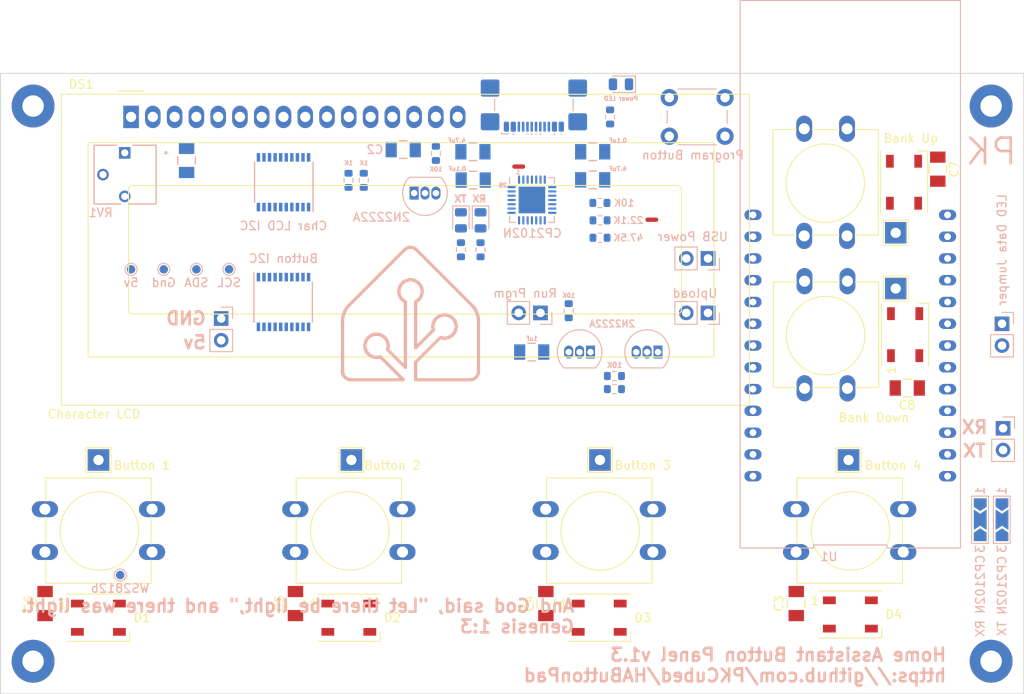
<source format=kicad_pcb>
(kicad_pcb (version 20240108) (generator "pcbnew") (generator_version "8.0")
  (layers (0 "F.Cu" signal) (31 "B.Cu" signal) (34 "B.Paste" user) (35 "F.Paste" user) (36 "B.SilkS" user "B.Silkscreen") (37 "F.SilkS" user "F.Silkscreen") (38 "B.Mask" user) (39 "F.Mask" user) (44 "Edge.Cuts" user))
  (net 0 "")
  (net 1 "VBUS")
  (net 2 "GND")
  (net 3 "Net-(D1-DOUT)")
  (net 4 "WS2812b LED Data")
  (net 5 "Net-(D2-DOUT)")
  (net 6 "Net-(D3-DOUT)")
  (net 7 "Net-(D4-DOUT)")
  (net 8 "Net-(D5-DOUT)")
  (net 10 "Net-(D7-A)")
  (net 11 "Net-(DS1-VO)")
  (net 12 "Net-(DS1-RS)")
  (net 13 "Net-(DS1-R{slash}W)")
  (net 14 "Net-(DS1-E)")
  (net 19 "Net-(DS1-D4)")
  (net 20 "Net-(DS1-D5)")
  (net 21 "Net-(DS1-D6)")
  (net 22 "Net-(DS1-D7)")
  (net 23 "Net-(DS1-LED(-))")
  (net 24 "Net-(JP1-A)")
  (net 25 "Net-(JP2-A)")
  (net 26 "Net-(JP3-A)")
  (net 29 "LCD Backlight")
  (net 30 "SDA")
  (net 31 "SCL")
  (net 32 "Button 1")
  (net 33 "Button 2")
  (net 34 "Button 3")
  (net 35 "Button 4")
  (net 36 "Bank Up Button")
  (net 37 "Bank Down Button")
  (net 41 "Button 1 Touch")
  (net 42 "Button 2 Touch")
  (net 47 "Button 3 Touch")
  (net 49 "Button 4 Touch")
  (net 50 "Button Up Touch")
  (net 51 "Button Down Touch")
  (net 55 "Net-(JP4-A)")
  (net 56 "Net-(U3-VDD)")
  (net 57 "Net-(U3-VBUS)")
  (net 60 "Net-(JP5-C)")
  (net 61 "Net-(Q2-C)")
  (net 62 "Net-(JP6-C)")
  (net 63 "Net-(U3-D+)")
  (net 64 "Net-(U3-D-)")
  (net 78 "Net-(D9-K)")
  (net 79 "Net-(D9-A)")
  (net 82 "Net-(D10-K)")
  (net 83 "Net-(D10-A)")
  (net 84 "Net-(J2-Pin_1)")
  (net 85 "Net-(J2-Pin_2)")
  (net 86 "RTS")
  (net 87 "Net-(Q2-B)")
  (net 88 "DTR")
  (net 89 "Net-(Q3-B)")
  (net 90 "Net-(U3-~{RST})")
  (net 91 "Net-(C10-Pad2)")
  (net 92 "Net-(U3-VREGIN)")
  (footprint "LED_SMD:LED_WS2812B_PLCC4_5.0x5.0mm_P3.2mm" (layer "F.Cu") (at 105.41 88.9)
    (property "Reference" "D3" (at 5.08 0 0) (layer "F.SilkS"))
    (property "Value" "WS2812B")
    (fp_text user "1" (at -4.15 -1.6 0) (layer "F.SilkS"))
    (pad "1" smd rect (at -2.45 -1.65) (size 1.5 0.9) (layers "F.Cu" "F.Paste" "F.Mask") (net 1 "VBUS"))
    (pad "2" smd rect (at -2.45 1.65) (size 1.5 0.9) (layers "F.Cu" "F.Paste" "F.Mask") (net 6 "Net-(D3-DOUT)"))
    (pad "3" smd rect (at 2.45 1.65) (size 1.5 0.9) (layers "F.Cu" "F.Paste" "F.Mask") (net 2 "GND"))
    (pad "4" smd rect (at 2.45 -1.65) (size 1.5 0.9) (layers "F.Cu" "F.Paste" "F.Mask") (net 5 "Net-(D2-DOUT)"))
  )
  (footprint "MountingHole:MountingHole_2.5mm_Pad" (layer "F.Cu") (at 39.37 93.98)
    (property "Reference" "H2" (hide yes))
    (property "Value" "MountingHole_Pad" (hide yes))
    (pad "1" thru_hole circle (at 0 0) (size 5 5) (drill 2.5) (layers "*.Cu" "*.Mask") (net 2 "GND"))
  )
  (footprint "LED_SMD:LED_WS2812B_PLCC4_5.0x5.0mm_P3.2mm" (layer "F.Cu") (at 76.2 88.9)
    (property "Reference" "D2" (at 5.08 0 0) (layer "F.SilkS"))
    (property "Value" "WS2812B")
    (fp_text user "1" (at -4.15 -1.6 0) (layer "F.SilkS"))
    (pad "1" smd rect (at -2.45 -1.65) (size 1.5 0.9) (layers "F.Cu" "F.Paste" "F.Mask") (net 1 "VBUS"))
    (pad "2" smd rect (at -2.45 1.65) (size 1.5 0.9) (layers "F.Cu" "F.Paste" "F.Mask") (net 5 "Net-(D2-DOUT)"))
    (pad "3" smd rect (at 2.45 1.65) (size 1.5 0.9) (layers "F.Cu" "F.Paste" "F.Mask") (net 2 "GND"))
    (pad "4" smd rect (at 2.45 -1.65) (size 1.5 0.9) (layers "F.Cu" "F.Paste" "F.Mask") (net 3 "Net-(D1-DOUT)"))
  )
  (footprint "capacitor model:CAPC340180_88N_KEM" (layer "F.Cu") (at 69.977 87.249 90)
    (property "Reference" "C5" (at 0.0254 -1.8542 90) (layer "F.SilkS"))
    (property "Value" "C")
    (pad "1" smd rect (at -1.402798 0 90) (size 1.305598 1.799996) (layers "F.Cu" "F.Paste" "F.Mask") (net 1 "VBUS"))
    (pad "2" smd rect (at 1.402798 0 90) (size 1.305598 1.799996) (layers "F.Cu" "F.Paste" "F.Mask") (net 2 "GND"))
  )
  (footprint "TestPoint:TestPoint_THTPad_2.5x2.5mm_Drill1.2mm" (layer "F.Cu") (at 140 44)
    (property "Reference" "TP14" (hide yes))
    (property "Value" "Button Up Touch" (hide yes))
    (pad "1" thru_hole rect (at 0 0) (size 2.5 2.5) (drill 1.2) (layers "*.Cu" "*.Mask") (net 50 "Button Up Touch"))
  )
  (footprint "TestPoint:TestPoint_THTPad_2.5x2.5mm_Drill1.2mm" (layer "F.Cu") (at 140 50.5)
    (property "Reference" "TP15" (hide yes))
    (property "Value" "Button Down Touch" (hide yes))
    (pad "1" thru_hole rect (at 0 0) (size 2.5 2.5) (drill 1.2) (layers "*.Cu" "*.Mask") (net 51 "Button Down Touch"))
  )
  (footprint "TestPoint:TestPoint_THTPad_2.5x2.5mm_Drill1.2mm" (layer "F.Cu") (at 134.5 70.5)
    (property "Reference" "TP13" (hide yes))
    (property "Value" "Button 4 Touch" (hide yes))
    (pad "1" thru_hole rect (at 0 0) (size 2.5 2.5) (drill 1.2) (layers "*.Cu" "*.Mask") (net 49 "Button 4 Touch"))
  )
  (footprint "capacitor model:CAPC340180_88N_KEM" (layer "F.Cu") (at 141.351 62.103)
    (property "Reference" "C8" (at -0.0254 2.0066 0) (layer "F.SilkS"))
    (property "Value" "C")
    (pad "1" smd rect (at -1.402798 0) (size 1.305598 1.799996) (layers "F.Cu" "F.Paste" "F.Mask") (net 1 "VBUS"))
    (pad "2" smd rect (at 1.402798 0) (size 1.305598 1.799996) (layers "F.Cu" "F.Paste" "F.Mask") (net 2 "GND"))
  )
  (footprint "Button_Switch_THT:SW_PUSH-12mm" (layer "F.Cu") (at 69.96 76.24)
    (property "Reference" "SW2" (hide yes))
    (property "Value" "Button 2" (at 11.32 -5.12 0) (layer "F.SilkS"))
    (pad "1" thru_hole oval (at 0 0) (size 3.048 1.85) (drill 1.3) (layers "*.Cu" "*.Mask") (net 33 "Button 2"))
    (pad "1" thru_hole oval (at 12.5 0) (size 3.048 1.85) (drill 1.3) (layers "*.Cu" "*.Mask") (net 33 "Button 2"))
    (pad "2" thru_hole oval (at 0 5) (size 3.048 1.85) (drill 1.3) (layers "*.Cu" "*.Mask") (net 2 "GND"))
    (pad "2" thru_hole oval (at 12.5 5) (size 3.048 1.85) (drill 1.3) (layers "*.Cu" "*.Mask") (net 2 "GND"))
  )
  (footprint "Display:WC1602A" (layer "F.Cu") (at 50.8 30.48)
    (property "Reference" "DS1" (at -5.82 -3.81 0) (layer "F.SilkS"))
    (property "Value" "Character LCD" (at -4.31 34.66 0) (layer "F.SilkS"))
    (pad "1" thru_hole rect (at 0 0) (size 1.8 2.6) (drill 1.2) (layers "*.Cu" "*.Mask") (net 2 "GND"))
    (pad "2" thru_hole oval (at 2.54 0) (size 1.8 2.6) (drill 1.2) (layers "*.Cu" "*.Mask") (net 1 "VBUS"))
    (pad "3" thru_hole oval (at 5.08 0) (size 1.8 2.6) (drill 1.2) (layers "*.Cu" "*.Mask") (net 11 "Net-(DS1-VO)"))
    (pad "4" thru_hole oval (at 7.62 0) (size 1.8 2.6) (drill 1.2) (layers "*.Cu" "*.Mask") (net 12 "Net-(DS1-RS)"))
    (pad "5" thru_hole oval (at 10.16 0) (size 1.8 2.6) (drill 1.2) (layers "*.Cu" "*.Mask") (net 13 "Net-(DS1-R{slash}W)"))
    (pad "6" thru_hole oval (at 12.7 0) (size 1.8 2.6) (drill 1.2) (layers "*.Cu" "*.Mask") (net 14 "Net-(DS1-E)"))
    (pad "7" thru_hole oval (at 15.24 0) (size 1.8 2.6) (drill 1.2) (layers "*.Cu" "*.Mask"))
    (pad "8" thru_hole oval (at 17.78 0) (size 1.8 2.6) (drill 1.2) (layers "*.Cu" "*.Mask"))
    (pad "9" thru_hole oval (at 20.32 0) (size 1.8 2.6) (drill 1.2) (layers "*.Cu" "*.Mask"))
    (pad "10" thru_hole oval (at 22.86 0) (size 1.8 2.6) (drill 1.2) (layers "*.Cu" "*.Mask"))
    (pad "11" thru_hole oval (at 25.4 0) (size 1.8 2.6) (drill 1.2) (layers "*.Cu" "*.Mask") (net 19 "Net-(DS1-D4)"))
    (pad "12" thru_hole oval (at 27.94 0) (size 1.8 2.6) (drill 1.2) (layers "*.Cu" "*.Mask") (net 20 "Net-(DS1-D5)"))
    (pad "13" thru_hole oval (at 30.48 0) (size 1.8 2.6) (drill 1.2) (layers "*.Cu" "*.Mask") (net 21 "Net-(DS1-D6)"))
    (pad "14" thru_hole oval (at 33.02 0) (size 1.8 2.6) (drill 1.2) (layers "*.Cu" "*.Mask") (net 22 "Net-(DS1-D7)"))
    (pad "15" thru_hole oval (at 35.56 0) (size 1.8 2.6) (drill 1.2) (layers "*.Cu" "*.Mask") (net 1 "VBUS"))
    (pad "16" thru_hole oval (at 38.1 0) (size 1.8 2.6) (drill 1.2) (layers "*.Cu" "*.Mask") (net 23 "Net-(DS1-LED(-))"))
  )
  (footprint "LED_SMD:LED_WS2812B_PLCC4_5.0x5.0mm_P3.2mm" (layer "F.Cu") (at 46.99 88.9)
    (property "Reference" "D1" (at 5.08 0 0) (layer "F.SilkS"))
    (property "Value" "WS2812B")
    (fp_text user "1" (at -4.15 -1.6 0) (layer "F.SilkS"))
    (pad "1" smd rect (at -2.45 -1.65) (size 1.5 0.9) (layers "F.Cu" "F.Paste" "F.Mask") (net 1 "VBUS"))
    (pad "2" smd rect (at -2.45 1.65) (size 1.5 0.9) (layers "F.Cu" "F.Paste" "F.Mask") (net 3 "Net-(D1-DOUT)"))
    (pad "3" smd rect (at 2.45 1.65) (size 1.5 0.9) (layers "F.Cu" "F.Paste" "F.Mask") (net 2 "GND"))
    (pad "4" smd rect (at 2.45 -1.65) (size 1.5 0.9) (layers "F.Cu" "F.Paste" "F.Mask") (net 4 "WS2812b LED Data"))
  )
  (footprint "Button_Switch_THT:SW_PUSH-12mm" (layer "F.Cu") (at 134.366 49.64 -90)
    (property "Reference" "SW6" (hide yes))
    (property "Value" "Bank Down" (at 15.9174 -3.0734 180) (layer "F.SilkS"))
    (pad "1" thru_hole oval (at 0 0 270) (size 3.048 1.85) (drill 1.3) (layers "*.Cu" "*.Mask") (net 37 "Bank Down Button"))
    (pad "1" thru_hole oval (at 12.5 0 270) (size 3.048 1.85) (drill 1.3) (layers "*.Cu" "*.Mask") (net 37 "Bank Down Button"))
    (pad "2" thru_hole oval (at 0 5 270) (size 3.048 1.85) (drill 1.3) (layers "*.Cu" "*.Mask") (net 2 "GND"))
    (pad "2" thru_hole oval (at 12.5 5 270) (size 3.048 1.85) (drill 1.3) (layers "*.Cu" "*.Mask") (net 2 "GND"))
  )
  (footprint "LED_SMD:LED_WS2812B_PLCC4_5.0x5.0mm_P3.2mm" (layer "F.Cu") (at 141.097 55.88 90)
    (property "Reference" "D6" (hide yes))
    (property "Value" "WS2812B" (hide yes))
    (fp_text user "1" (at -4.15 -1.6 90) (layer "F.SilkS"))
    (pad "1" smd rect (at -2.45 -1.65 90) (size 1.5 0.9) (layers "F.Cu" "F.Paste" "F.Mask") (net 1 "VBUS"))
    (pad "2" smd rect (at -2.45 1.65 90) (size 1.5 0.9) (layers "F.Cu" "F.Paste" "F.Mask"))
    (pad "3" smd rect (at 2.45 1.65 90) (size 1.5 0.9) (layers "F.Cu" "F.Paste" "F.Mask") (net 2 "GND"))
    (pad "4" smd rect (at 2.45 -1.65 90) (size 1.5 0.9) (layers "F.Cu" "F.Paste" "F.Mask") (net 8 "Net-(D5-DOUT)"))
  )
  (footprint "TestPoint:TestPoint_THTPad_2.5x2.5mm_Drill1.2mm" (layer "F.Cu") (at 105.5 70.5)
    (property "Reference" "TP12" (hide yes))
    (property "Value" "Button 3 Touch" (hide yes))
    (pad "1" thru_hole rect (at 0 0) (size 2.5 2.5) (drill 1.2) (layers "*.Cu" "*.Mask") (net 47 "Button 3 Touch"))
  )
  (footprint "TestPoint:TestPoint_THTPad_2.5x2.5mm_Drill1.2mm" (layer "F.Cu") (at 47 70.5)
    (property "Reference" "TP5" (hide yes))
    (property "Value" "Button 1 Touch" (hide yes))
    (pad "1" thru_hole rect (at 0 0) (size 2.5 2.5) (drill 1.2) (layers "*.Cu" "*.Mask") (net 41 "Button 1 Touch"))
  )
  (footprint "TestPoint:TestPoint_THTPad_2.5x2.5mm_Drill1.2mm" (layer "F.Cu") (at 76.5 70.5)
    (property "Reference" "TP6" (hide yes))
    (property "Value" "Button 2 Touch" (hide yes))
    (pad "1" thru_hole rect (at 0 0) (size 2.5 2.5) (drill 1.2) (layers "*.Cu" "*.Mask") (net 42 "Button 2 Touch"))
  )
  (footprint "LED_SMD:LED_WS2812B_PLCC4_5.0x5.0mm_P3.2mm" (layer "F.Cu") (at 134.71 88.52)
    (property "Reference" "D4" (at 5.08 0 0) (layer "F.SilkS"))
    (property "Value" "WS2812B")
    (fp_text user "1" (at -4.15 -1.6 0) (layer "F.SilkS"))
    (pad "1" smd rect (at -2.45 -1.65) (size 1.5 0.9) (layers "F.Cu" "F.Paste" "F.Mask") (net 1 "VBUS"))
    (pad "2" smd rect (at -2.45 1.65) (size 1.5 0.9) (layers "F.Cu" "F.Paste" "F.Mask") (net 7 "Net-(D4-DOUT)"))
    (pad "3" smd rect (at 2.45 1.65) (size 1.5 0.9) (layers "F.Cu" "F.Paste" "F.Mask") (net 2 "GND"))
    (pad "4" smd rect (at 2.45 -1.65) (size 1.5 0.9) (layers "F.Cu" "F.Paste" "F.Mask") (net 6 "Net-(D3-DOUT)"))
  )
  (footprint "capacitor model:CAPC340180_88N_KEM" (layer "F.Cu") (at 99.187 87.249 90)
    (property "Reference" "C4" (at 0 -1.9304 90) (layer "F.SilkS"))
    (property "Value" "C")
    (pad "1" smd rect (at -1.402798 0 90) (size 1.305598 1.799996) (layers "F.Cu" "F.Paste" "F.Mask") (net 1 "VBUS"))
    (pad "2" smd rect (at 1.402798 0 90) (size 1.305598 1.799996) (layers "F.Cu" "F.Paste" "F.Mask") (net 2 "GND"))
  )
  (footprint "capacitor model:CAPC340180_88N_KEM" (layer "F.Cu") (at 40.767 87.249 90)
    (property "Reference" "C6" (at 0 -1.8796 90) (layer "F.SilkS"))
    (property "Value" "C")
    (pad "1" smd rect (at -1.402798 0 90) (size 1.305598 1.799996) (layers "F.Cu" "F.Paste" "F.Mask") (net 1 "VBUS"))
    (pad "2" smd rect (at 1.402798 0 90) (size 1.305598 1.799996) (layers "F.Cu" "F.Paste" "F.Mask") (net 2 "GND"))
  )
  (footprint "MountingHole:MountingHole_2.5mm_Pad" (layer "F.Cu") (at 151.13 93.98)
    (property "Reference" "H4" (hide yes))
    (property "Value" "MountingHole_Pad" (hide yes))
    (pad "1" thru_hole circle (at 0 0) (size 5 5) (drill 2.5) (layers "*.Cu" "*.Mask") (net 2 "GND"))
  )
  (footprint "NetTie:NetTie-2_SMD_Pad0.5mm" (layer "F.Cu") (at 96.02 36.2712)
    (property "Reference" "NT2" (hide yes))
    (property "Value" "NetTie_2" (hide yes))
    (fp_poly (pts (xy -0.5 -0.25) (xy 0.5 -0.25) (xy 0.5 0.25) (xy -0.5 0.25)) (fill solid) (layer "F.Cu"))
    (pad "1" smd circle (at -0.5 0) (size 0.5 0.5) (layers "F.Cu") (net 2 "GND"))
    (pad "2" smd circle (at 0.5 0) (size 0.5 0.5) (layers "F.Cu") (net 91 "Net-(C10-Pad2)"))
  )
  (footprint "LED_SMD:LED_WS2812B_PLCC4_5.0x5.0mm_P3.2mm" (layer "F.Cu") (at 140.97 38.1 90)
    (property "Reference" "D5" (hide yes))
    (property "Value" "WS2812B" (hide yes))
    (pad "1" smd rect (at -2.45 -1.65 90) (size 1.5 0.9) (layers "F.Cu" "F.Paste" "F.Mask") (net 1 "VBUS"))
    (pad "2" smd rect (at -2.45 1.65 90) (size 1.5 0.9) (layers "F.Cu" "F.Paste" "F.Mask") (net 8 "Net-(D5-DOUT)"))
    (pad "3" smd rect (at 2.45 1.65 90) (size 1.5 0.9) (layers "F.Cu" "F.Paste" "F.Mask") (net 2 "GND"))
    (pad "4" smd rect (at 2.45 -1.65 90) (size 1.5 0.9) (layers "F.Cu" "F.Paste" "F.Mask") (net 7 "Net-(D4-DOUT)"))
  )
  (footprint "NetTie:NetTie-2_SMD_Pad0.5mm" (layer "F.Cu") (at 111.5488 42.4688 180)
    (property "Reference" "NT1" (hide yes))
    (property "Value" "NetTie_2" (hide yes))
    (fp_poly (pts (xy -0.5 -0.25) (xy 0.5 -0.25) (xy 0.5 0.25) (xy -0.5 0.25)) (fill solid) (layer "F.Cu"))
    (pad "1" smd circle (at -0.5 0 180) (size 0.5 0.5) (layers "F.Cu") (net 1 "VBUS"))
    (pad "2" smd circle (at 0.5 0 180) (size 0.5 0.5) (layers "F.Cu") (net 92 "Net-(U3-VREGIN)"))
  )
  (footprint "Button_Switch_THT:SW_PUSH-12mm" (layer "F.Cu") (at 99.17 76.24)
    (property "Reference" "SW3" (hide yes))
    (property "Value" "Button 3" (at 11.32 -5.12 0) (layer "F.SilkS"))
    (pad "1" thru_hole oval (at 0 0) (size 3.048 1.85) (drill 1.3) (layers "*.Cu" "*.Mask") (net 34 "Button 3"))
    (pad "1" thru_hole oval (at 12.5 0) (size 3.048 1.85) (drill 1.3) (layers "*.Cu" "*.Mask") (net 34 "Button 3"))
    (pad "2" thru_hole oval (at 0 5) (size 3.048 1.85) (drill 1.3) (layers "*.Cu" "*.Mask") (net 2 "GND"))
    (pad "2" thru_hole oval (at 12.5 5) (size 3.048 1.85) (drill 1.3) (layers "*.Cu" "*.Mask") (net 2 "GND"))
  )
  (footprint "Button_Switch_THT:SW_PUSH-12mm" (layer "F.Cu") (at 128.38 76.24)
    (property "Reference" "SW4" (hide yes))
    (property "Value" "Button 4" (at 11.32 -5.12 0) (layer "F.SilkS"))
    (pad "1" thru_hole oval (at 0 0) (size 3.048 1.85) (drill 1.3) (layers "*.Cu" "*.Mask") (net 35 "Button 4"))
    (pad "1" thru_hole oval (at 12.5 0) (size 3.048 1.85) (drill 1.3) (layers "*.Cu" "*.Mask") (net 35 "Button 4"))
    (pad "2" thru_hole oval (at 0 5) (size 3.048 1.85) (drill 1.3) (layers "*.Cu" "*.Mask") (net 2 "GND"))
    (pad "2" thru_hole oval (at 12.5 5) (size 3.048 1.85) (drill 1.3) (layers "*.Cu" "*.Mask") (net 2 "GND"))
  )
  (footprint "MountingHole:MountingHole_2.5mm_Pad" (layer "F.Cu") (at 39.37 29.21)
    (property "Reference" "H1" (hide yes))
    (property "Value" "MountingHole_Pad" (hide yes))
    (pad "1" thru_hole circle (at 0 0) (size 5 5) (drill 2.5) (layers "*.Cu" "*.Mask") (net 2 "GND"))
  )
  (footprint "capacitor model:CAPC340180_88N_KEM" (layer "F.Cu") (at 144.907 36.576 90)
    (property "Reference" "C7" (at 0 1.905 90) (layer "F.SilkS"))
    (property "Value" "C")
    (pad "1" smd rect (at -1.402798 0 90) (size 1.305598 1.799996) (layers "F.Cu" "F.Paste" "F.Mask") (net 1 "VBUS"))
    (pad "2" smd rect (at 1.402798 0 90) (size 1.305598 1.799996) (layers "F.Cu" "F.Paste" "F.Mask") (net 2 "GND"))
  )
  (footprint "MountingHole:MountingHole_2.5mm_Pad" (layer "F.Cu") (at 151.13 29.21)
    (property "Reference" "H3" (hide yes))
    (property "Value" "MountingHole_Pad" (hide yes))
    (pad "1" thru_hole circle (at 0 0) (size 5 5) (drill 2.5) (layers "*.Cu" "*.Mask") (net 2 "GND"))
  )
  (footprint "Button_Switch_THT:SW_PUSH-12mm" (layer "F.Cu") (at 40.75 76.24)
    (property "Reference" "SW1" (hide yes))
    (property "Value" "Button 1" (at 11.32 -5.12 0) (layer "F.SilkS"))
    (pad "1" thru_hole oval (at 0 0) (size 3.048 1.85) (drill 1.3) (layers "*.Cu" "*.Mask") (net 32 "Button 1"))
    (pad "1" thru_hole oval (at 12.5 0) (size 3.048 1.85) (drill 1.3) (layers "*.Cu" "*.Mask") (net 32 "Button 1"))
    (pad "2" thru_hole oval (at 0 5) (size 3.048 1.85) (drill 1.3) (layers "*.Cu" "*.Mask") (net 2 "GND"))
    (pad "2" thru_hole oval (at 12.5 5) (size 3.048 1.85) (drill 1.3) (layers "*.Cu" "*.Mask") (net 2 "GND"))
  )
  (footprint "capacitor model:CAPC340180_88N_KEM" (layer "F.Cu") (at 128.397 87.249 90)
    (property "Reference" "C3" (at 0 -2.0066 90) (layer "F.SilkS"))
    (property "Value" "C")
    (pad "1" smd rect (at -1.402798 0 90) (size 1.305598 1.799996) (layers "F.Cu" "F.Paste" "F.Mask") (net 1 "VBUS"))
    (pad "2" smd rect (at 1.402798 0 90) (size 1.305598 1.799996) (layers "F.Cu" "F.Paste" "F.Mask") (net 2 "GND"))
  )
  (footprint "Button_Switch_THT:SW_PUSH-12mm" (layer "F.Cu") (at 134.326 31.86 -90)
    (property "Reference" "SW5" (hide yes))
    (property "Value" "Bank Up" (at 1.1092 -7.4314 180) (layer "F.SilkS"))
    (pad "1" thru_hole oval (at 0 0 270) (size 3.048 1.85) (drill 1.3) (layers "*.Cu" "*.Mask") (net 36 "Bank Up Button"))
    (pad "1" thru_hole oval (at 12.5 0 270) (size 3.048 1.85) (drill 1.3) (layers "*.Cu" "*.Mask") (net 36 "Bank Up Button"))
    (pad "2" thru_hole oval (at 0 5 270) (size 3.048 1.85) (drill 1.3) (layers "*.Cu" "*.Mask") (net 2 "GND"))
    (pad "2" thru_hole oval (at 12.5 5 270) (size 3.048 1.85) (drill 1.3) (layers "*.Cu" "*.Mask") (net 2 "GND"))
  )
  (footprint "Resistor_SMD:R_0603_1608Metric" (layer "B.Cu") (at 86.36 34.735 90)
    (property "Reference" "R4" (hide yes))
    (property "Value" "R" (hide yes))
    (pad "1" smd roundrect (at -0.825 0 90) (size 0.8 0.95) (layers "B.Cu" "B.Paste" "B.Mask") (net 29 "LCD Backlight"))
    (pad "2" smd roundrect (at 0.825 0 90) (size 0.8 0.95) (layers "B.Cu" "B.Paste" "B.Mask") (net 1 "VBUS"))
  )
  (footprint "potentiometer:POT_3362P" (layer "B.Cu") (at 50.0634 34.671 -90)
    (property "Reference" "RV1" (at 6.985 2.8194 0) (layer "B.SilkS") (effects (justify mirror)))
    (property "Value" "Display Contrast" (hide yes))
    (pad "1" thru_hole rect (at 0 0 270) (size 1.3462 1.3462) (drill 0.8382) (layers "*.Cu" "*.Mask") (net 2 "GND"))
    (pad "2" thru_hole circle (at 2.54 2.54 270) (size 1.3462 1.3462) (drill 0.8382) (layers "*.Cu" "*.Mask") (net 11 "Net-(DS1-VO)"))
    (pad "3" thru_hole circle (at 5.08 0 270) (size 1.3462 1.3462) (drill 0.8382) (layers "*.Cu" "*.Mask") (net 1 "VBUS"))
  )
  (footprint "Resistor_SMD:R_0603_1608Metric" (layer "B.Cu") (at 107.188 62.23 180)
    (property "Reference" "R8" (hide yes))
    (property "Value" "10K" (at 0 2.794 0) (layer "B.SilkS") (effects (font (size 0.6 0.6)) (justify mirror)))
    (pad "1" smd roundrect (at -0.825 0 180) (size 0.8 0.95) (layers "B.Cu" "B.Paste" "B.Mask") (net 88 "DTR"))
    (pad "2" smd roundrect (at 0.825 0 180) (size 0.8 0.95) (layers "B.Cu" "B.Paste" "B.Mask") (net 87 "Net-(Q2-B)"))
  )
  (footprint "capacitor model:CAPC340180_88N_KEM" (layer "B.Cu") (at 104.648 37.8206)
    (property "Reference" "C9" (hide yes))
    (property "Value" "4.7uF")
    (pad "1" smd rect (at -1.402798 0) (size 1.305598 1.799996) (layers "B.Cu" "B.Paste" "B.Mask") (net 56 "Net-(U3-VDD)"))
    (pad "2" smd rect (at 1.402798 0) (size 1.305598 1.799996) (layers "B.Cu" "B.Paste" "B.Mask") (net 91 "Net-(C10-Pad2)"))
  )
  (footprint "capacitor model:CAPC340180_88N_KEM" (layer "B.Cu") (at 90.678 34.544)
    (property "Reference" "C11" (hide yes))
    (property "Value" "4.7uF")
    (pad "1" smd rect (at -1.402798 0) (size 1.305598 1.799996) (layers "B.Cu" "B.Paste" "B.Mask") (net 2 "GND"))
    (pad "2" smd rect (at 1.402798 0) (size 1.305598 1.799996) (layers "B.Cu" "B.Paste" "B.Mask") (net 57 "Net-(U3-VBUS)"))
  )
  (footprint "Resistor_SMD:R_0603_1608Metric" (layer "B.Cu") (at 107.188 60.706)
    (property "Reference" "R9" (hide yes))
    (property "Value" "10K" (hide yes))
    (pad "1" smd roundrect (at -0.825 0) (size 0.8 0.95) (layers "B.Cu" "B.Paste" "B.Mask") (net 86 "RTS"))
    (pad "2" smd roundrect (at 0.825 0) (size 0.8 0.95) (layers "B.Cu" "B.Paste" "B.Mask") (net 89 "Net-(Q3-B)"))
  )
  (footprint "Connector_USB:USB_C_Receptacle_GCT_USB4110" (layer "B.Cu") (at 97.79 27.94)
    (property "Reference" "P1" (hide yes))
    (property "Value" "USB C Connector")
    (pad "" np_thru_hole circle (at -2.89 2.605) (size 0.65 0.65) (drill 0.65) (layers "F&B.Cu" "*.Mask"))
    (pad "" np_thru_hole circle (at 2.89 2.605) (size 0.65 0.65) (drill 0.65) (layers "F&B.Cu" "*.Mask"))
    (pad "A1" smd roundrect (at -3.2 3.68) (size 0.6 1.15) (layers "B.Cu" "B.Paste" "B.Mask") (net 2 "GND"))
    (pad "A4" smd roundrect (at -2.4 3.68) (size 0.6 1.15) (layers "B.Cu" "B.Paste" "B.Mask") (net 25 "Net-(JP2-A)"))
    (pad "A5" smd roundrect (at -1.25 3.68) (size 0.3 1.15) (layers "B.Cu" "B.Paste" "B.Mask"))
    (pad "A6" smd roundrect (at -0.25 3.68) (size 0.3 1.15) (layers "B.Cu" "B.Paste" "B.Mask") (net 63 "Net-(U3-D+)"))
    (pad "A7" smd roundrect (at 0.25 3.68) (size 0.3 1.15) (layers "B.Cu" "B.Paste" "B.Mask") (net 64 "Net-(U3-D-)"))
    (pad "A8" smd roundrect (at 1.25 3.68) (size 0.3 1.15) (layers "B.Cu" "B.Paste" "B.Mask"))
    (pad "A9" smd roundrect (at 2.4 3.68) (size 0.6 1.15) (layers "B.Cu" "B.Paste" "B.Mask") (net 25 "Net-(JP2-A)"))
    (pad "A12" smd roundrect (at 3.2 3.68) (size 0.6 1.15) (layers "B.Cu" "B.Paste" "B.Mask") (net 2 "GND"))
    (pad "B1" smd roundrect (at 3.2 3.68) (size 0.6 1.15) (layers "B.Cu" "B.Paste" "B.Mask") (net 2 "GND"))
    (pad "B4" smd roundrect (at 2.4 3.68) (size 0.6 1.15) (layers "B.Cu" "B.Paste" "B.Mask") (net 25 "Net-(JP2-A)"))
    (pad "B5" smd roundrect (at 1.75 3.68) (size 0.3 1.15) (layers "B.Cu" "B.Paste" "B.Mask"))
    (pad "B6" smd roundrect (at 0.75 3.68) (size 0.3 1.15) (layers "B.Cu" "B.Paste" "B.Mask") (net 63 "Net-(U3-D+)"))
    (pad "B7" smd roundrect (at -0.75 3.68) (size 0.3 1.15) (layers "B.Cu" "B.Paste" "B.Mask") (net 64 "Net-(U3-D-)"))
    (pad "B8" smd roundrect (at -1.75 3.68) (size 0.3 1.15) (layers "B.Cu" "B.Paste" "B.Mask"))
    (pad "B9" smd roundrect (at -2.4 3.68) (size 0.6 1.15) (layers "B.Cu" "B.Paste" "B.Mask") (net 25 "Net-(JP2-A)"))
    (pad "B12" smd roundrect (at -3.2 3.68) (size 0.6 1.15) (layers "B.Cu" "B.Paste" "B.Mask") (net 2 "GND"))
    (pad "S1" smd roundrect (at -5.11 -0.825) (size 2.18 2) (layers "B.Cu" "B.Paste" "B.Mask") (roundrect_rratio 0.125) (net 2 "GND"))
    (pad "S1" smd roundrect (at -5.11 3.105) (size 2.18 2) (layers "B.Cu" "B.Paste" "B.Mask") (roundrect_rratio 0.125) (net 2 "GND"))
    (pad "S1" smd roundrect (at 5.11 -0.825) (size 2.18 2) (layers "B.Cu" "B.Paste" "B.Mask") (roundrect_rratio 0.125) (net 2 "GND"))
    (pad "S1" smd roundrect (at 5.11 3.105) (size 2.18 2) (layers "B.Cu" "B.Paste" "B.Mask") (roundrect_rratio 0.125) (net 2 "GND"))
  )
  (footprint "DevBoards:WT32-ETH01" (layer "B.Cu") (at 134.7 57.15 90)
    (property "Reference" "U1" (at -24.622 -2.5 0) (layer "B.SilkS") (effects (justify mirror)))
    (property "Value" "WT32-ETH01")
    (pad "1" thru_hole oval (at -15.24 -11.35 90) (size 1.2 2) (drill 0.8) (layers "*.Cu" "*.Mask") (net 61 "Net-(Q2-C)"))
    (pad "2" thru_hole oval (at -12.7 -11.35 90) (size 1.2 2) (drill 0.8) (layers "*.Cu" "*.Mask"))
    (pad "3" thru_hole oval (at -10.16 -11.35 90) (size 1.2 2) (drill 0.8) (layers "*.Cu" "*.Mask"))
    (pad "4" thru_hole oval (at -7.62 -11.35 90) (size 1.2 2) (drill 0.8) (layers "*.Cu" "*.Mask"))
    (pad "5" thru_hole oval (at -5.08 -11.35 90) (size 1.2 2) (drill 0.8) (layers "*.Cu" "*.Mask") (net 51 "Button Down Touch"))
    (pad "6" thru_hole oval (at -2.54 -11.35 90) (size 1.2 2) (drill 0.8) (layers "*.Cu" "*.Mask") (net 50 "Button Up Touch"))
    (pad "7" thru_hole oval (at 0 -11.35 90) (size 1.2 2) (drill 0.8) (layers "*.Cu" "*.Mask") (net 31 "SCL"))
    (pad "8" thru_hole oval (at 2.54 -11.35 90) (size 1.2 2) (drill 0.8) (layers "*.Cu" "*.Mask") (net 4 "WS2812b LED Data"))
    (pad "9" thru_hole oval (at 5.08 -11.35 90) (size 1.2 2) (drill 0.8) (layers "*.Cu" "*.Mask"))
    (pad "10" thru_hole oval (at 7.62 -11.35 90) (size 1.2 2) (drill 0.8) (layers "*.Cu" "*.Mask"))
    (pad "11" thru_hole oval (at 10.16 -11.35 90) (size 1.2 2) (drill 0.8) (layers "*.Cu" "*.Mask"))
    (pad "12" thru_hole oval (at 12.7 -11.35 90) (size 1.2 2) (drill 0.8) (layers "*.Cu" "*.Mask") (net 1 "VBUS"))
    (pad "13" thru_hole oval (at 15.24 -11.35 90) (size 1.2 2) (drill 0.8) (layers "*.Cu" "*.Mask"))
    (pad "14" thru_hole oval (at 15.24 11.35 90) (size 1.2 2) (drill 0.8) (layers "*.Cu" "*.Mask") (net 26 "Net-(JP3-A)"))
    (pad "15" thru_hole oval (at 12.7 11.35 90) (size 1.2 2) (drill 0.8) (layers "*.Cu" "*.Mask") (net 47 "Button 3 Touch"))
    (pad "16" thru_hole oval (at 10.16 11.35 90) (size 1.2 2) (drill 0.8) (layers "*.Cu" "*.Mask") (net 41 "Button 1 Touch"))
    (pad "17" thru_hole oval (at 7.62 11.35 90) (size 1.2 2) (drill 0.8) (layers "*.Cu" "*.Mask"))
    (pad "18" thru_hole oval (at 5.08 11.35 90) (size 1.2 2) (drill 0.8) (layers "*.Cu" "*.Mask") (net 49 "Button 4 Touch"))
    (pad "19" thru_hole oval (at 2.54 11.35 90) (size 1.2 2) (drill 0.8) (layers "*.Cu" "*.Mask") (net 30 "SDA"))
    (pad "20" thru_hole oval (at 0 11.35 90) (size 1.2 2) (drill 0.8) (layers "*.Cu" "*.Mask") (net 42 "Button 2 Touch"))
    (pad "21" thru_hole oval (at -2.54 11.35 90) (size 1.2 2) (drill 0.8) (layers "*.Cu" "*.Mask"))
    (pad "22" thru_hole oval (at -5.08 11.35 90) (size 1.2 2) (drill 0.8) (layers "*.Cu" "*.Mask"))
    (pad "23" thru_hole oval (at -7.62 11.35 90) (size 1.2 2) (drill 0.8) (layers "*.Cu" "*.Mask"))
    (pad "24" thru_hole oval (at -10.16 11.35 90) (size 1.2 2) (drill 0.8) (layers "*.Cu" "*.Mask") (net 24 "Net-(JP1-A)"))
    (pad "25" thru_hole oval (at -12.7 11.35 90) (size 1.2 2) (drill 0.8) (layers "*.Cu" "*.Mask") (net 84 "Net-(J2-Pin_1)"))
    (pad "26" thru_hole oval (at -15.24 11.35 90) (size 1.2 2) (drill 0.8) (layers "*.Cu" "*.Mask") (net 85 "Net-(J2-Pin_2)"))
  )
  (footprint "Resistor_SMD:R_0603_1608Metric" (layer "B.Cu") (at 89.281 45.974 90)
    (property "Reference" "R6" (hide yes))
    (property "Value" "TX LED Resistor" (hide yes))
    (pad "1" smd roundrect (at -0.825 0 90) (size 0.8 0.95) (layers "B.Cu" "B.Paste" "B.Mask") (net 1 "VBUS"))
    (pad "2" smd roundrect (at 0.825 0 90) (size 0.8 0.95) (layers "B.Cu" "B.Paste" "B.Mask") (net 79 "Net-(D9-A)"))
  )
  (footprint "Connector_PinHeader_2.54mm:PinHeader_1x02_P2.54mm_Vertical" (layer "B.Cu") (at 118.11 46.99 90)
    (property "Reference" "JP2" (hide yes))
    (property "Value" "USB Power" (at 2.54 -1.778 180) (layer "B.SilkS") (effects (justify mirror)))
    (pad "1" thru_hole rect (at 0 0 90) (size 1.7 1.7) (drill 1) (layers "*.Cu" "*.Mask") (net 25 "Net-(JP2-A)"))
    (pad "2" thru_hole oval (at 0 -2.54 90) (size 1.7 1.7) (drill 1) (layers "*.Cu" "*.Mask") (net 1 "VBUS"))
  )
  (footprint "Resistor_SMD:R_0603_1608Metric" (layer "B.Cu") (at 105.5058 42.545)
    (property "Reference" "R11" (hide yes))
    (property "Value" "22.1K" (at 3.302 0 0) (layer "B.SilkS") (effects (font (size 0.8 0.8)) (justify mirror)))
    (pad "1" smd roundrect (at -0.825 0) (size 0.8 0.95) (layers "B.Cu" "B.Paste" "B.Mask") (net 57 "Net-(U3-VBUS)"))
    (pad "2" smd roundrect (at 0.825 0) (size 0.8 0.95) (layers "B.Cu" "B.Paste" "B.Mask") (net 92 "Net-(U3-VREGIN)"))
  )
  (footprint "Resistor_SMD:R_0603_1608Metric" (layer "B.Cu") (at 105.5058 44.577 180)
    (property "Reference" "R12" (hide yes))
    (property "Value" "47.5K" (at -3.302 0 0) (layer "B.SilkS") (effects (font (size 0.8 0.8)) (justify mirror)))
    (pad "1" smd roundrect (at -0.825 0 180) (size 0.8 0.95) (layers "B.Cu" "B.Paste" "B.Mask") (net 2 "GND"))
    (pad "2" smd roundrect (at 0.825 0 180) (size 0.8 0.95) (layers "B.Cu" "B.Paste" "B.Mask") (net 57 "Net-(U3-VBUS)"))
  )
  (footprint "LED_SMD:LED_0805_2012Metric" (layer "B.Cu") (at 89.281 42.545 -90)
    (property "Reference" "D9" (hide yes))
    (property "Value" "TX LED" (hide yes))
    (pad "1" smd roundrect (at -0.9375 0 270) (size 0.975 1.4) (layers "B.Cu" "B.Paste" "B.Mask") (net 78 "Net-(D9-K)"))
    (pad "2" smd roundrect (at 0.9375 0 270) (size 0.975 1.4) (layers "B.Cu" "B.Paste" "B.Mask") (net 79 "Net-(D9-A)"))
  )
  (footprint "TestPoint:TestPoint_Pad_D1.0mm" (layer "B.Cu") (at 49.53 83.9216 180)
    (property "Reference" "TP11" (hide yes))
    (property "Value" "WS2812b" (at 0 -1.55 0) (layer "B.SilkS") (effects (justify mirror)))
    (pad "1" smd circle (at 0 0 180) (size 1 1) (layers "B.Cu" "B.Mask") (net 4 "WS2812b LED Data"))
  )
  (footprint "Connector_PinHeader_2.54mm:PinHeader_1x02_P2.54mm_Vertical" (layer "B.Cu") (at 152.4 54.61 180)
    (property "Reference" "JP4" (hide yes))
    (property "Value" "LED Data Jumper" (at 0 8.636 90) (layer "B.SilkS") (effects (justify mirror)))
    (pad "1" thru_hole rect (at 0 0 180) (size 1.7 1.7) (drill 1) (layers "*.Cu" "*.Mask") (net 55 "Net-(JP4-A)"))
    (pad "2" thru_hole oval (at 0 -2.54 180) (size 1.7 1.7) (drill 1) (layers "*.Cu" "*.Mask") (net 4 "WS2812b LED Data"))
  )
  (footprint "LED_SMD:LED_0805_2012Metric" (layer "B.Cu") (at 91.567 42.545 -90)
    (property "Reference" "D10" (hide yes))
    (property "Value" "RX LED" (hide yes))
    (pad "1" smd roundrect (at -0.9375 0 270) (size 0.975 1.4) (layers "B.Cu" "B.Paste" "B.Mask") (net 82 "Net-(D10-K)"))
    (pad "2" smd roundrect (at 0.9375 0 270) (size 0.975 1.4) (layers "B.Cu" "B.Paste" "B.Mask") (net 83 "Net-(D10-A)"))
  )
  (footprint "Resistor_SMD:R_0603_1608Metric" (layer "B.Cu") (at 101.854 53.086 -90)
    (property "Reference" "R10" (hide yes))
    (property "Value" "10K" (at -1.778 0 180) (layer "B.SilkS") (effects (font (size 0.5 0.5) (thickness 0.125)) (justify mirror)))
    (pad "1" smd roundrect (at -0.825 0 270) (size 0.8 0.95) (layers "B.Cu" "B.Paste" "B.Mask") (net 61 "Net-(Q2-C)"))
    (pad "2" smd roundrect (at 0.825 0 270) (size 0.8 0.95) (layers "B.Cu" "B.Paste" "B.Mask") (net 1 "VBUS"))
  )
  (footprint "Connector_PinHeader_2.54mm:PinHeader_1x02_P2.54mm_Vertical" (layer "B.Cu") (at 61.3156 53.9954 180)
    (property "Reference" "J3" (hide yes))
    (property "Value" "GND and VCC")
    (pad "1" thru_hole rect (at 0 0 180) (size 1.7 1.7) (drill 1) (layers "*.Cu" "*.Mask") (net 2 "GND"))
    (pad "2" thru_hole oval (at 0 -2.54 180) (size 1.7 1.7) (drill 1) (layers "*.Cu" "*.Mask") (net 1 "VBUS"))
  )
  (footprint "capacitor model:CAPC340180_88N_KEM" (layer "B.Cu") (at 104.648 34.544)
    (property "Reference" "C10" (hide yes))
    (property "Value" "0.1uF")
    (pad "1" smd rect (at -1.402798 0) (size 1.305598 1.799996) (layers "B.Cu" "B.Paste" "B.Mask") (net 56 "Net-(U3-VDD)"))
    (pad "2" smd rect (at 1.402798 0) (size 1.305598 1.799996) (layers "B.Cu" "B.Paste" "B.Mask") (net 91 "Net-(C10-Pad2)"))
  )
  (footprint "Jumper:SolderJumper-3_P2.0mm_Open_TrianglePad1.0x1.5mm_NumberLabels" (layer "B.Cu") (at 152.4 77.47 -90)
    (property "Reference" "JP6" (hide yes))
    (property "Value" "CP2102N TX" (at 8.89 0 90) (layer "B.SilkS") (effects (justify mirror)))
    (fp_text user "1" (at -3.35 0 90) (layer "B.SilkS") (effects (justify mirror)))
    (fp_text user "3" (at 3.4 0 90) (layer "B.SilkS") (effects (justify mirror)))
    (pad "1" smd custom (at -2 0 270) (size 0.3 0.3) (layers "B.Cu" "B.Mask") (net 84 "Net-(J2-Pin_1)") (options (clearance outline) (anchor rect)) (primitives (gr_poly (pts (xy 1 0) (xy 0.5 -0.75) (xy -0.5 -0.75) (xy -0.5 0.75) (xy 0.5 0.75)) (width 0) (fill yes))))
    (pad "2" smd custom (at 0 0 270) (size 0.3 0.3) (layers "B.Cu") (net 62 "Net-(JP6-C)") (options (clearance outline) (anchor rect)) (primitives (gr_poly (pts (xy 0.7 0) (xy 1.2 -0.75) (xy -1.2 -0.75) (xy -0.7 0) (xy -1.2 0.75) (xy 1.2 0.75)) (width 0) (fill yes))))
    (pad "3" smd custom (at 2 0 90) (size 0.3 0.3) (layers "B.Cu" "B.Mask") (net 85 "Net-(J2-Pin_2)") (options (clearance outline) (anchor rect)) (primitives (gr_poly (pts (xy 1 0) (xy 0.5 -0.75) (xy -0.5 -0.75) (xy -0.5 0.75) (xy 0.5 0.75)) (width 0) (fill yes))))
  )
  (footprint "Resistor_SMD:R_0603_1608Metric" (layer "B.Cu") (at 91.567 45.974 90)
    (property "Reference" "R7" (hide yes))
    (property "Value" "RX LED Resistor" (hide yes))
    (pad "1" smd roundrect (at -0.825 0 90) (size 0.8 0.95) (layers "B.Cu" "B.Paste" "B.Mask") (net 1 "VBUS"))
    (pad "2" smd roundrect (at 0.825 0 90) (size 0.8 0.95) (layers "B.Cu" "B.Paste" "B.Mask") (net 83 "Net-(D10-A)"))
  )
  (footprint "Resistor_SMD:R_0603_1608Metric" (layer "B.Cu") (at 106.68 30.48 90)
    (property "Reference" "R1" (hide yes))
    (property "Value" "Power LED Resistor" (hide yes))
    (pad "1" smd roundrect (at -0.825 0 90) (size 0.8 0.95) (layers "B.Cu" "B.Paste" "B.Mask") (net 1 "VBUS"))
    (pad "2" smd roundrect (at 0.825 0 90) (size 0.8 0.95) (layers "B.Cu" "B.Paste" "B.Mask") (net 10 "Net-(D7-A)"))
  )
  (footprint "Button_Switch_THT:SW_PUSH_6mm" (layer "B.Cu") (at 120.09 28.23 180)
    (property "Reference" "SW7" (hide yes))
    (property "Value" "Program Button" (at 3.75 -6.7 0) (layer "B.SilkS") (effects (justify mirror)))
    (pad "1" thru_hole circle (at 0 0 90) (size 2 2) (drill 1.1) (layers "*.Cu" "*.Mask") (net 2 "GND"))
    (pad "1" thru_hole circle (at 6.5 0 90) (size 2 2) (drill 1.1) (layers "*.Cu" "*.Mask") (net 2 "GND"))
    (pad "2" thru_hole circle (at 0 -4.5 90) (size 2 2) (drill 1.1) (layers "*.Cu" "*.Mask") (net 61 "Net-(Q2-C)"))
    (pad "2" thru_hole circle (at 6.5 -4.5 90) (size 2 2) (drill 1.1) (layers "*.Cu" "*.Mask") (net 61 "Net-(Q2-C)"))
  )
  (footprint "capacitor model:CAPC340180_88N_KEM" (layer "B.Cu") (at 82.55 34.29)
    (property "Reference" "C2" (at -3.302 0 0) (layer "B.SilkS") (effects (justify mirror)))
    (property "Value" "C")
    (pad "1" smd rect (at -1.402798 0) (size 1.305598 1.799996) (layers "B.Cu" "B.Paste" "B.Mask") (net 1 "VBUS"))
    (pad "2" smd rect (at 1.402798 0) (size 1.305598 1.799996) (layers "B.Cu" "B.Paste" "B.Mask") (net 2 "GND"))
  )
  (footprint "capacitor model:CAPC340180_88N_KEM" (layer "B.Cu") (at 90.715 37.846)
    (property "Reference" "C12" (hide yes))
    (property "Value" "0.1uF")
    (pad "1" smd rect (at -1.402798 0) (size 1.305598 1.799996) (layers "B.Cu" "B.Paste" "B.Mask") (net 2 "GND"))
    (pad "2" smd rect (at 1.402798 0) (size 1.305598 1.799996) (layers "B.Cu" "B.Paste" "B.Mask") (net 57 "Net-(U3-VBUS)"))
  )
  (footprint "Resistor_SMD:R_0603_1608Metric" (layer "B.Cu") (at 76.168 37.878 90)
    (property "Reference" "R3" (hide yes))
    (property "Value" "SCL Pullup" (hide yes))
    (pad "1" smd roundrect (at -0.825 0 90) (size 0.8 0.95) (layers "B.Cu" "B.Paste" "B.Mask") (net 31 "SCL"))
    (pad "2" smd roundrect (at 0.825 0 90) (size 0.8 0.95) (layers "B.Cu" "B.Paste" "B.Mask") (net 1 "VBUS"))
  )
  (footprint "TestPoint:TestPoint_Pad_D1.0mm" (layer "B.Cu") (at 62.23 48.26 180)
    (property "Reference" "TP7" (hide yes))
    (property "Value" "SCL" (at 0 -1.55 0) (layer "B.SilkS") (effects (justify mirror)))
    (pad "1" smd circle (at 0 0 180) (size 1 1) (layers "B.Cu" "B.Mask") (net 31 "SCL"))
  )
  (footprint "Package_TO_SOT_THT:TO-92_Inline" (layer "B.Cu") (at 104.394 57.912 180)
    (property "Reference" "Q2" (hide yes))
    (property "Value" "2N2222A" (at -2.54 3.302 0) (layer "B.SilkS") (effects (font (size 0.8 0.8)) (justify mirror)))
    (pad "1" thru_hole rect (at 0 0 180) (size 1.05 1.5) (drill 0.75) (layers "*.Cu" "*.Mask") (net 86 "RTS"))
    (pad "2" thru_hole oval (at 1.27 0 180) (size 1.05 1.5) (drill 0.75) (layers "*.Cu" "*.Mask") (net 87 "Net-(Q2-B)"))
    (pad "3" thru_hole oval (at 2.54 0 180) (size 1.05 1.5) (drill 0.75) (layers "*.Cu" "*.Mask") (net 61 "Net-(Q2-C)"))
  )
  (footprint "LED_SMD:LED_0805_2012Metric" (layer "B.Cu") (at 107.95 26.67 180)
    (property "Reference" "D7" (hide yes))
    (property "Value" "Power LED" (at 0 -1.65 0) (layer "B.SilkS") (effects (font (size 0.5 0.5) (thickness 0.125)) (justify mirror)))
    (pad "1" smd roundrect (at -0.9375 0 180) (size 0.975 1.4) (layers "B.Cu" "B.Paste" "B.Mask") (net 2 "GND"))
    (pad "2" smd roundrect (at 0.9375 0 180) (size 0.975 1.4) (layers "B.Cu" "B.Paste" "B.Mask") (net 10 "Net-(D7-A)"))
  )
  (footprint "Package_SO:SSOP-20_4.4x6.5mm_P0.65mm" (layer "B.Cu") (at 68.58 38.1 90)
    (property "Reference" "U4" (hide yes))
    (property "Value" "Char LCD I2C" (at -5.08 0 180) (layer "B.SilkS") (effects (justify mirror)))
    (pad "1" smd rect (at -2.9 2.925 90) (size 1 0.4) (layers "B.Cu" "B.Paste" "B.Mask"))
    (pad "2" smd rect (at -2.9 2.275 90) (size 1 0.4) (layers "B.Cu" "B.Paste" "B.Mask") (net 31 "SCL"))
    (pad "3" smd rect (at -2.9 1.625 90) (size 1 0.4) (layers "B.Cu" "B.Paste" "B.Mask"))
    (pad "4" smd rect (at -2.9 0.975 90) (size 1 0.4) (layers "B.Cu" "B.Paste" "B.Mask") (net 30 "SDA"))
    (pad "5" smd rect (at -2.9 0.325 90) (size 1 0.4) (layers "B.Cu" "B.Paste" "B.Mask") (net 1 "VBUS"))
    (pad "6" smd rect (at -2.9 -0.325 90) (size 1 0.4) (layers "B.Cu" "B.Paste" "B.Mask") (net 1 "VBUS"))
    (pad "7" smd rect (at -2.9 -0.975 90) (size 1 0.4) (layers "B.Cu" "B.Paste" "B.Mask") (net 1 "VBUS"))
    (pad "8" smd rect (at -2.9 -1.625 90) (size 1 0.4) (layers "B.Cu" "B.Paste" "B.Mask"))
    (pad "9" smd rect (at -2.9 -2.275 90) (size 1 0.4) (layers "B.Cu" "B.Paste" "B.Mask") (net 1 "VBUS"))
    (pad "10" smd rect (at -2.9 -2.925 90) (size 1 0.4) (layers "B.Cu" "B.Paste" "B.Mask") (net 12 "Net-(DS1-RS)"))
    (pad "11" smd rect (at 2.9 -2.925 90) (size 1 0.4) (layers "B.Cu" "B.Paste" "B.Mask") (net 13 "Net-(DS1-R{slash}W)"))
    (pad "12" smd rect (at 2.9 -2.275 90) (size 1 0.4) (layers "B.Cu" "B.Paste" "B.Mask") (net 14 "Net-(DS1-E)"))
    (pad "13" smd rect (at 2.9 -1.625 90) (size 1 0.4) (layers "B.Cu" "B.Paste" "B.Mask"))
    (pad "14" smd rect (at 2.9 -0.975 90) (size 1 0.4) (layers "B.Cu" "B.Paste" "B.Mask") (net 29 "LCD Backlight"))
    (pad "15" smd rect (at 2.9 -0.325 90) (size 1 0.4) (layers "B.Cu" "B.Paste" "B.Mask") (net 2 "GND"))
    (pad "16" smd rect (at 2.9 0.325 90) (size 1 0.4) (layers "B.Cu" "B.Paste" "B.Mask") (net 19 "Net-(DS1-D4)"))
    (pad "17" smd rect (at 2.9 0.975 90) (size 1 0.4) (layers "B.Cu" "B.Paste" "B.Mask") (net 20 "Net-(DS1-D5)"))
    (pad "18" smd rect (at 2.9 1.625 90) (size 1 0.4) (layers "B.Cu" "B.Paste" "B.Mask"))
    (pad "19" smd rect (at 2.9 2.275 90) (size 1 0.4) (layers "B.Cu" "B.Paste" "B.Mask") (net 21 "Net-(DS1-D6)"))
    (pad "20" smd rect (at 2.9 2.925 90) (size 1 0.4) (layers "B.Cu" "B.Paste" "B.Mask") (net 22 "Net-(DS1-D7)"))
  )
  (footprint "Package_SO:SSOP-20_4.4x6.5mm_P0.65mm" (layer "B.Cu") (at 68.58 52.07 -90)
    (property "Reference" "U5" (hide yes))
    (property "Value" "Button I2C" (at -5.08 0 180) (layer "B.SilkS") (effects (justify mirror)))
    (pad "1" smd rect (at -2.9 2.925 270) (size 1 0.4) (layers "B.Cu" "B.Paste" "B.Mask"))
    (pad "2" smd rect (at -2.9 2.275 270) (size 1 0.4) (layers "B.Cu" "B.Paste" "B.Mask") (net 31 "SCL"))
    (pad "3" smd rect (at -2.9 1.625 270) (size 1 0.4) (layers "B.Cu" "B.Paste" "B.Mask"))
    (pad "4" smd rect (at -2.9 0.975 270) (size 1 0.4) (layers "B.Cu" "B.Paste" "B.Mask") (net 30 "SDA"))
    (pad "5" smd rect (at -2.9 0.325 270) (size 1 0.4) (layers "B.Cu" "B.Paste" "B.Mask") (net 1 "VBUS"))
    (pad "6" smd rect (at -2.9 -0.325 270) (size 1 0.4) (layers "B.Cu" "B.Paste" "B.Mask") (net 2 "GND"))
    (pad "7" smd rect (at -2.9 -0.975 270) (size 1 0.4) (layers "B.Cu" "B.Paste" "B.Mask") (net 1 "VBUS"))
    (pad "8" smd rect (at -2.9 -1.625 270) (size 1 0.4) (layers "B.Cu" "B.Paste" "B.Mask"))
    (pad "9" smd rect (at -2.9 -2.275 270) (size 1 0.4) (layers "B.Cu" "B.Paste" "B.Mask") (net 1 "VBUS"))
    (pad "10" smd rect (at -2.9 -2.925 270) (size 1 0.4) (layers "B.Cu" "B.Paste" "B.Mask") (net 37 "Bank Down Button"))
    (pad "11" smd rect (at 2.9 -2.925 270) (size 1 0.4) (layers "B.Cu" "B.Paste" "B.Mask") (net 36 "Bank Up Button"))
    (pad "12" smd rect (at 2.9 -2.275 270) (size 1 0.4) (layers "B.Cu" "B.Paste" "B.Mask") (net 35 "Button 4"))
    (pad "13" smd rect (at 2.9 -1.625 270) (size 1 0.4) (layers "B.Cu" "B.Paste" "B.Mask"))
    (pad "14" smd rect (at 2.9 -0.975 270) (size 1 0.4) (layers "B.Cu" "B.Paste" "B.Mask") (net 34 "Button 3"))
    (pad "15" smd rect (at 2.9 -0.325 270) (size 1 0.4) (layers "B.Cu" "B.Paste" "B.Mask") (net 2 "GND"))
    (pad "16" smd rect (at 2.9 0.325 270) (size 1 0.4) (layers "B.Cu" "B.Paste" "B.Mask") (net 33 "Button 2"))
    (pad "17" smd rect (at 2.9 0.975 270) (size 1 0.4) (layers "B.Cu" "B.Paste" "B.Mask") (net 32 "Button 1"))
    (pad "18" smd rect (at 2.9 1.625 270) (size 1 0.4) (layers "B.Cu" "B.Paste" "B.Mask"))
    (pad "19" smd rect (at 2.9 2.275 270) (size 1 0.4) (layers "B.Cu" "B.Paste" "B.Mask"))
    (pad "20" smd rect (at 2.9 2.925 270) (size 1 0.4) (layers "B.Cu" "B.Paste" "B.Mask"))
  )
  (footprint "Jumper:SolderJumper-3_P2.0mm_Open_TrianglePad1.0x1.5mm_NumberLabels" (layer "B.Cu") (at 149.86 77.47 -90)
    (property "Reference" "JP5" (hide yes))
    (property "Value" "CP2102N RX" (at 8.89 0 90) (layer "B.SilkS") (effects (justify mirror)))
    (fp_text user "3" (at 3.4 0 90) (layer "B.SilkS") (effects (justify mirror)))
    (fp_text user "1" (at -3.35 0 90) (layer "B.SilkS") (effects (justify mirror)))
    (pad "1" smd custom (at -2 0 270) (size 0.3 0.3) (layers "B.Cu" "B.Mask") (net 84 "Net-(J2-Pin_1)") (options (clearance outline) (anchor rect)) (primitives (gr_poly (pts (xy 1 0) (xy 0.5 -0.75) (xy -0.5 -0.75) (xy -0.5 0.75) (xy 0.5 0.75)) (width 0) (fill yes))))
    (pad "2" smd custom (at 0 0 270) (size 0.3 0.3) (layers "B.Cu") (net 60 "Net-(JP5-C)") (options (clearance outline) (anchor rect)) (primitives (gr_poly (pts (xy 0.7 0) (xy 1.2 -0.75) (xy -1.2 -0.75) (xy -0.7 0) (xy -1.2 0.75) (xy 1.2 0.75)) (width 0) (fill yes))))
    (pad "3" smd custom (at 2 0 90) (size 0.3 0.3) (layers "B.Cu" "B.Mask") (net 85 "Net-(J2-Pin_2)") (options (clearance outline) (anchor rect)) (primitives (gr_poly (pts (xy 1 0) (xy 0.5 -0.75) (xy -0.5 -0.75) (xy -0.5 0.75) (xy 0.5 0.75)) (width 0) (fill yes))))
  )
  (footprint "Package_DFN_QFN:QFN-28-1EP_5x5mm_P0.5mm_EP3.1x3.1mm" (layer "B.Cu") (at 97.5628 40.1702 -90)
    (property "Reference" "U3" (hide yes))
    (property "Value" "CP2102N" (at 3.8734 -0.0428 0) (layer "B.SilkS") (effects (justify mirror)))
    (pad "1" smd roundrect (at -2.375 1.5 270) (size 0.95 0.25) (layers "B.Cu" "B.Paste" "B.Mask"))
    (pad "2" smd roundrect (at -2.375 1 270) (size 0.95 0.25) (layers "B.Cu" "B.Paste" "B.Mask"))
    (pad "3" smd roundrect (at -2.375 0.5 270) (size 0.95 0.25) (layers "B.Cu" "B.Paste" "B.Mask") (net 91 "Net-(C10-Pad2)"))
    (pad "4" smd roundrect (at -2.375 0 270) (size 0.95 0.25) (layers "B.Cu" "B.Paste" "B.Mask") (net 63 "Net-(U3-D+)"))
    (pad "5" smd roundrect (at -2.375 -0.5 270) (size 0.95 0.25) (layers "B.Cu" "B.Paste" "B.Mask") (net 64 "Net-(U3-D-)"))
    (pad "6" smd roundrect (at -2.375 -1 270) (size 0.95 0.25) (layers "B.Cu" "B.Paste" "B.Mask") (net 56 "Net-(U3-VDD)"))
    (pad "7" smd roundrect (at -2.375 -1.5 270) (size 0.95 0.25) (layers "B.Cu" "B.Paste" "B.Mask") (net 92 "Net-(U3-VREGIN)"))
    (pad "8" smd roundrect (at -1.5 -2.375 270) (size 0.25 0.95) (layers "B.Cu" "B.Paste" "B.Mask") (net 57 "Net-(U3-VBUS)"))
    (pad "9" smd roundrect (at -1 -2.375 270) (size 0.25 0.95) (layers "B.Cu" "B.Paste" "B.Mask") (net 90 "Net-(U3-~{RST})"))
    (pad "10" smd roundrect (at -0.5 -2.375 270) (size 0.25 0.95) (layers "B.Cu" "B.Paste" "B.Mask"))
    (pad "11" smd roundrect (at 0 -2.375 270) (size 0.25 0.95) (layers "B.Cu" "B.Paste" "B.Mask"))
    (pad "12" smd roundrect (at 0.5 -2.375 270) (size 0.25 0.95) (layers "B.Cu" "B.Paste" "B.Mask") (net 91 "Net-(C10-Pad2)"))
    (pad "13" smd roundrect (at 1 -2.375 270) (size 0.25 0.95) (layers "B.Cu" "B.Paste" "B.Mask"))
    (pad "14" smd roundrect (at 1.5 -2.375 270) (size 0.25 0.95) (layers "B.Cu" "B.Paste" "B.Mask"))
    (pad "15" smd roundrect (at 2.375 -1.5 270) (size 0.95 0.25) (layers "B.Cu" "B.Paste" "B.Mask"))
    (pad "16" smd roundrect (at 2.375 -1 270) (size 0.95 0.25) (layers "B.Cu" "B.Paste" "B.Mask"))
    (pad "17" smd roundrect (at 2.375 -0.5 270) (size 0.95 0.25) (layers "B.Cu" "B.Paste" "B.Mask"))
    (pad "18" smd roundrect (at 2.375 0 270) (size 0.95 0.25) (layers "B.Cu" "B.Paste" "B.Mask") (net 82 "Net-(D10-K)"))
    (pad "19" smd roundrect (at 2.375 0.5 270) (size 0.95 0.25) (layers "B.Cu" "B.Paste" "B.Mask") (net 78 "Net-(D9-K)"))
    (pad "20" smd roundrect (at 2.375 1 270) (size 0.95 0.25) (layers "B.Cu" "B.Paste" "B.Mask"))
    (pad "21" smd roundrect (at 2.375 1.5 270) (size 0.95 0.25) (layers "B.Cu" "B.Paste" "B.Mask") (net 91 "Net-(C10-Pad2)"))
    (pad "22" smd roundrect (at 1.5 2.375 270) (size 0.25 0.95) (layers "B.Cu" "B.Paste" "B.Mask"))
    (pad "23" smd roundrect (at 1 2.375 270) (size 0.25 0.95) (layers "B.Cu" "B.Paste" "B.Mask"))
    (pad "24" smd roundrect (at 0.5 2.375 270) (size 0.25 0.95) (layers "B.Cu" "B.Paste" "B.Mask") (net 86 "RTS"))
    (pad "25" smd roundrect (at 0 2.375 270) (size 0.25 0.95) (layers "B.Cu" "B.Paste" "B.Mask") (net 60 "Net-(JP5-C)"))
    (pad "26" smd roundrect (at -0.5 2.375 270) (size 0.25 0.95) (layers "B.Cu" "B.Paste" "B.Mask") (net 62 "Net-(JP6-C)"))
    (pad "27" smd roundrect (at -1 2.375 270) (size 0.25 0.95) (layers "B.Cu" "B.Paste" "B.Mask"))
    (pad "28" smd roundrect (at -1.5 2.375 270) (size 0.25 0.95) (layers "B.Cu" "B.Paste" "B.Mask") (net 88 "DTR"))
    (pad "29" smd rect (at 0 0 270) (size 3.1 3.1) (layers "B.Cu" "B.Mask") (net 91 "Net-(C10-Pad2)"))
  )
  (footprint "Package_TO_SOT_THT:TO-92_Inline" (layer "B.Cu") (at 112.268 57.912 180)
    (property "Reference" "Q3" (hide yes))
    (property "Value" "2N2222A" (hide yes))
    (pad "1" thru_hole rect (at 0 0 180) (size 1.05 1.5) (drill 0.75) (layers "*.Cu" "*.Mask") (net 88 "DTR"))
    (pad "2" thru_hole oval (at 1.27 0 180) (size 1.05 1.5) (drill 0.75) (layers "*.Cu" "*.Mask") (net 89 "Net-(Q3-B)"))
    (pad "3" thru_hole oval (at 2.54 0 180) (size 1.05 1.5) (drill 0.75) (layers "*.Cu" "*.Mask") (net 24 "Net-(JP1-A)"))
  )
  (footprint "capacitor model:CAPC340180_88N_KEM" (layer "B.Cu") (at 57.277 35.56 -90)
    (property "Reference" "C1" (hide yes))
    (property "Value" "C")
    (pad "1" smd rect (at -1.402798 0 270) (size 1.305598 1.799996) (layers "B.Cu" "B.Paste" "B.Mask") (net 1 "VBUS"))
    (pad "2" smd rect (at 1.402798 0 270) (size 1.305598 1.799996) (layers "B.Cu" "B.Paste" "B.Mask") (net 2 "GND"))
  )
  (footprint "TestPoint:TestPoint_Pad_D1.0mm" (layer "B.Cu") (at 58.42 48.26 180)
    (property "Reference" "TP8" (hide yes))
    (property "Value" "SDA" (at 0 -1.55 0) (layer "B.SilkS") (effects (justify mirror)))
    (pad "1" smd circle (at 0 0 180) (size 1 1) (layers "B.Cu" "B.Mask") (net 30 "SDA"))
  )
  (footprint "Connector_PinHeader_2.54mm:PinHeader_1x02_P2.54mm_Vertical" (layer "B.Cu") (at 152.527 66.802 180)
    (property "Reference" "J2" (hide yes))
    (property "Value" "RX and TX")
    (pad "1" thru_hole rect (at 0 0 180) (size 1.7 1.7) (drill 1) (layers "*.Cu" "*.Mask") (net 84 "Net-(J2-Pin_1)"))
    (pad "2" thru_hole oval (at 0 -2.54 180) (size 1.7 1.7) (drill 1) (layers "*.Cu" "*.Mask") (net 85 "Net-(J2-Pin_2)"))
  )
  (footprint "capacitor model:CAPC340180_88N_KEM" (layer "B.Cu") (at 97.536 57.912)
    (property "Reference" "C13" (hide yes))
    (property "Value" "1uF")
    (pad "1" smd rect (at -1.402798 0) (size 1.305598 1.799996) (layers "B.Cu" "B.Paste" "B.Mask") (net 2 "GND"))
    (pad "2" smd rect (at 1.402798 0) (size 1.305598 1.799996) (layers "B.Cu" "B.Paste" "B.Mask") (net 61 "Net-(Q2-C)"))
  )
  (footprint "TestPoint:TestPoint_Pad_D1.0mm" (layer "B.Cu") (at 54.61 48.26 180)
    (property "Reference" "TP10" (hide yes))
    (property "Value" "Gnd" (at 0 -1.55 0) (layer "B.SilkS") (effects (justify mirror)))
    (pad "1" smd circle (at 0 0 180) (size 1 1) (layers "B.Cu" "B.Mask") (net 2 "GND"))
  )
  (footprint "TestPoint:TestPoint_Pad_D1.0mm" (layer "B.Cu") (at 50.8 48.26 180)
    (property "Reference" "TP9" (hide yes))
    (property "Value" "5v" (at 0 -1.55 0) (layer "B.SilkS") (effects (justify mirror)))
    (pad "1" smd circle (at 0 0 180) (size 1 1) (layers "B.Cu" "B.Mask") (net 1 "VBUS"))
  )
  (footprint "Resistor_SMD:R_0603_1608Metric" (layer "B.Cu") (at 77.946 37.878 90)
    (property "Reference" "R2" (hide yes))
    (property "Value" "SDA Pullup" (hide yes))
    (pad "1" smd roundrect (at -0.825 0 90) (size 0.8 0.95) (layers "B.Cu" "B.Paste" "B.Mask") (net 30 "SDA"))
    (pad "2" smd roundrect (at 0.825 0 90) (size 0.8 0.95) (layers "B.Cu" "B.Paste" "B.Mask") (net 1 "VBUS"))
  )
  (footprint "Connector_PinHeader_2.54mm:PinHeader_1x02_P2.54mm_Vertical" (layer "B.Cu") (at 98.557 53.34 90)
    (property "Reference" "JP3" (hide yes))
    (property "Value" "Run Prgm" (at 2.286 -1.783 180) (layer "B.SilkS") (effects (justify mirror)))
    (pad "1" thru_hole rect (at 0 0 90) (size 1.7 1.7) (drill 1) (layers "*.Cu" "*.Mask") (net 26 "Net-(JP3-A)"))
    (pad "2" thru_hole oval (at 0 -2.54 90) (size 1.7 1.7) (drill 1) (layers "*.Cu" "*.Mask") (net 2 "GND"))
  )
  (footprint "Resistor_SMD:R_0603_1608Metric" (layer "B.Cu") (at 105.4926 40.513 180)
    (property "Reference" "R5" (hide yes))
    (property "Value" "CP2102 Reset Pullup" (hide yes))
    (pad "1" smd roundrect (at -0.825 0 180) (size 0.8 0.95) (layers "B.Cu" "B.Paste" "B.Mask") (net 92 "Net-(U3-VREGIN)"))
    (pad "2" smd roundrect (at 0.825 0 180) (size 0.8 0.95) (layers "B.Cu" "B.Paste" "B.Mask") (net 90 "Net-(U3-~{RST})"))
  )
  (footprint "Package_TO_SOT_THT:TO-92_Inline" (layer "B.Cu") (at 83.82 39.37)
    (property "Reference" "Q1" (hide yes))
    (property "Value" "2N2222A" (at -3.81 2.794 180) (layer "B.SilkS") (effects (justify mirror)))
    (pad "1" thru_hole rect (at 0 0) (size 1.05 1.5) (drill 0.75) (layers "*.Cu" "*.Mask") (net 2 "GND"))
    (pad "2" thru_hole oval (at 1.27 0) (size 1.05 1.5) (drill 0.75) (layers "*.Cu" "*.Mask") (net 29 "LCD Backlight"))
    (pad "3" thru_hole oval (at 2.54 0) (size 1.05 1.5) (drill 0.75) (layers "*.Cu" "*.Mask") (net 23 "Net-(DS1-LED(-))"))
  )
  (footprint "Connector_PinHeader_2.54mm:PinHeader_1x02_P2.54mm_Vertical" (layer "B.Cu") (at 118.105 53.34 90)
    (property "Reference" "JP1" (hide yes))
    (property "Value" "Upload" (at 2.286 -1.519 0) (layer "B.SilkS") (effects (justify mirror)))
    (pad "1" thru_hole rect (at 0 0 90) (size 1.7 1.7) (drill 1) (layers "*.Cu" "*.Mask") (net 24 "Net-(JP1-A)"))
    (pad "2" thru_hole oval (at 0 -2.54 90) (size 1.7 1.7) (drill 1) (layers "*.Cu" "*.Mask") (net 2 "GND"))
  )
  (gr_line (start 78.185469 57.705992) (end 78.161171 57.6445) (stroke (width 0.374665)) (layer "B.SilkS"))
  (gr_line (start 88.366314 55.843322) (end 88.32142 55.890404) (stroke (width 0.374665)) (layer "B.SilkS"))
  (gr_line (start 84.43152 51.710039) (end 84.368967 51.778689) (stroke (width 0.374665)) (layer "B.SilkS"))
  (gr_line (start 88.703122 54.726989) (end 88.711756 54.794695) (stroke (width 0.374665)) (layer "B.SilkS"))
  (gr_line (start 75.946655 61.000426) (end 75.988166 61.024366) (stroke (width 0.374665)) (layer "B.SilkS"))
  (gr_line (start 86.01848 55.091195) (end 86.013361 55.039003) (stroke (width 0.374665)) (layer "B.SilkS"))
  (gr_line (start 87.433578 53.579961) (end 87.502268 53.585204) (stroke (width 0.374665)) (layer "B.SilkS"))
  (gr_line (start 86.173016 54.287845) (end 86.205682 54.231112) (stroke (width 0.374665)) (layer "B.SilkS"))
  (gr_line (start 86.502824 53.888026) (end 86.554025 53.847765) (stroke (width 0.374665)) (layer "B.SilkS"))
  (gr_line (start 83.816977 45.787326) (end 83.772589 45.768137) (stroke (width 0.374665)) (layer "B.SilkS"))
  (gr_line (start 75.988166 61.024366) (end 76.030892 61.046328) (stroke (width 0.374665)) (layer "B.SilkS"))
  (gr_line (start 90.891147 60.975235) (end 90.930034 60.947529) (stroke (width 0.374665)) (layer "B.SilkS"))
  (gr_line (start 86.070242 54.53064) (end 86.09158 54.467734) (stroke (width 0.374665)) (layer "B.SilkS"))
  (gr_line (start 91.297849 60.40081) (end 91.308966 60.352956) (stroke (width 0.374665)) (layer "B.SilkS"))
  (gr_line (start 91.308966 60.352956) (end 91.317722 60.304267) (stroke (width 0.374665)) (layer "B.SilkS"))
  (gr_line (start 78.310556 57.936095) (end 78.275273 57.88112) (stroke (width 0.374665)) (layer "B.SilkS"))
  (gr_line (start 80.078709 55.988287) (end 80.135441 56.020954) (stroke (width 0.374665)) (layer "B.SilkS"))
  (gr_line (start 86.143053 54.34625) (end 86.173016 54.287845) (stroke (width 0.374665)) (layer "B.SilkS"))
  (gr_line (start 87.702086 53.620935) (end 87.766321 53.639226) (stroke (width 0.374665)) (layer "B.SilkS"))
  (gr_line (start 84.751797 50.766043) (end 84.753564 50.835633) (stroke (width 0.374665)) (layer "B.SilkS"))
  (gr_line (start 91.325564 54.101398) (end 91.314899 53.992585) (stroke (width 0.374665)) (layer "B.SilkS"))
  (gr_line (start 88.321419 53.975541) (end 88.366313 54.022623) (stroke (width 0.374665)) (layer "B.SilkS"))
  (gr_line (start 82.075631 51.126915) (end 82.066098 51.079706) (stroke (width 0.374665)) (layer "B.SilkS"))
  (gr_line (start 75.759568 60.853273) (end 75.794045 60.886153) (stroke (width 0.374665)) (layer "B.SilkS"))
  (gr_line (start 79.658688 58.514541) (end 79.631122 58.519031) (stroke (width 0.374665)) (layer "B.SilkS"))
  (gr_line (start 91.01948 53.074896) (end 90.961662 52.967284) (stroke (width 0.374665)) (layer "B.SilkS"))
  (gr_line (start 75.588475 60.624677) (end 75.612415 60.666187) (stroke (width 0.374665)) (layer "B.SilkS"))
  (gr_line (start 75.69547 60.782786) (end 75.726689 60.818796) (stroke (width 0.374665)) (layer "B.SilkS"))
  (gr_line (start 75.523752 53.765088) (end 75.500066 53.879733) (stroke (width 0.374665)) (layer "B.SilkS"))
  (gr_line (start 83.468374 49.482619) (end 83.537065 49.487863) (stroke (width 0.374665)) (layer "B.SilkS"))
  (gr_line (start 79.49079 58.532778) (end 79.462257 58.533719) (stroke (width 0.374665)) (layer "B.SilkS"))
  (gr_line (start 79.767122 58.491103) (end 79.713281 58.503899) (stroke (width 0.374665)) (layer "B.SilkS"))
  (gr_line (start 83.588733 45.713957) (end 83.541644 45.706055) (stroke (width 0.374665)) (layer "B.SilkS"))
  (gr_line (start 75.52878 60.493103) (end 75.546594 60.538071) (stroke (width 0.374665)) (layer "B.SilkS"))
  (gr_line (start 87.569974 53.593838) (end 87.636608 53.605777) (stroke (width 0.374665)) (layer "B.SilkS"))
  (gr_line (start 83.671406 49.508436) (end 83.736884 49.523594) (stroke (width 0.374665)) (layer "B.SilkS"))
  (gr_line (start 82.588819 49.750423) (end 82.641949 49.712608) (stroke (width 0.374665)) (layer "B.SilkS"))
  (gr_line (start 86.010977 54.863386) (end 86.016221 54.794695) (stroke (width 0.374665)) (layer "B.SilkS"))
  (gr_line (start 91.102101 60.783447) (end 91.131596 60.745965) (stroke (width 0.374665)) (layer "B.SilkS"))
  (gr_line (start 84.489311 51.637232) (end 84.43152 51.710039) (stroke (width 0.374665)) (layer "B.SilkS"))
  (gr_line (start 80.34393 56.176934) (end 80.391013 56.221829) (stroke (width 0.374665)) (layer "B.SilkS"))
  (gr_line (start 87.950712 56.153909) (end 87.89072 56.181082) (stroke (width 0.374665)) (layer "B.SilkS"))
  (gr_line (start 80.758215 57.459589) (end 80.745418 57.513455) (stroke (width 0.374665)) (layer "B.SilkS"))
  (gr_line (start 78.968339 55.906852) (end 79.031245 55.885514) (stroke (width 0.374665)) (layer "B.SilkS"))
  (gr_line (start 84.725981 50.563011) (end 84.73792 50.629646) (stroke (width 0.374665)) (layer "B.SilkS"))
  (gr_line (start 75.830056 60.917371) (end 75.867537 60.946865) (stroke (width 0.374665)) (layer "B.SilkS"))
  (gr_line (start 78.731718 58.337564) (end 78.676744 58.302281) (stroke (width 0.374665)) (layer "B.SilkS"))
  (gr_line (start 88.449195 54.123007) (end 88.48701 54.176138) (stroke (width 0.374665)) (layer "B.SilkS"))
  (gr_line (start 82.044909 50.885415) (end 82.044004 50.835633) (stroke (width 0.374665)) (layer "B.SilkS"))
  (gr_line (start 76.408863 61.14317) (end 76.459676 61.144467) (stroke (width 0.374665)) (layer "B.SilkS"))
  (gr_line (start 82.336543 51.67414) (end 82.308259 51.637232) (stroke (width 0.374665)) (layer "B.SilkS"))
  (gr_line (start 80.772715 56.973274) (end 80.78135 57.04098) (stroke (width 0.374665)) (layer "B.SilkS"))
  (gr_line (start 88.487011 55.689808) (end 88.449196 55.742938) (stroke (width 0.374665)) (layer "B.SilkS"))
  (gr_line (start 79.095481 58.491294) (end 79.031245 58.473003) (stroke (width 0.374665)) (layer "B.SilkS"))
  (gr_line (start 84.746554 50.697352) (end 84.751797 50.766043) (stroke (width 0.374665)) (layer "B.SilkS"))
  (gr_line (start 86.036794 54.660354) (end 86.051951 54.594876) (stroke (width 0.374665)) (layer "B.SilkS"))
  (gr_line (start 86.777267 53.712036) (end 86.837258 53.684862) (stroke (width 0.374665)) (layer "B.SilkS"))
  (gr_line (start 88.691183 54.660354) (end 88.703122 54.726989) (stroke (width 0.374665)) (layer "B.SilkS"))
  (gr_line (start 82.147133 51.353234) (end 82.129759 51.30937) (stroke (width 0.374665)) (layer "B.SilkS"))
  (gr_line (start 82.753656 49.644657) (end 82.812061 49.614694) (stroke (width 0.374665)) (layer "B.SilkS"))
  (gr_line (start 84.589596 51.480134) (end 84.542087 51.560515) (stroke (width 0.374665)) (layer "B.SilkS"))
  (gr_line (start 78.161171 57.6445) (end 78.139833 57.581594) (stroke (width 0.374665)) (layer "B.SilkS"))
  (gr_line (start 90.930034 60.947529) (end 90.967515 60.918034) (stroke (width 0.374665)) (layer "B.SilkS"))
  (gr_line (start 88.636397 54.467734) (end 88.657734 54.53064) (stroke (width 0.374665)) (layer "B.SilkS"))
  (gr_line (start 80.745418 57.513455) (end 80.730547 57.566516) (stroke (width 0.374665)) (layer "B.SilkS"))
  (gr_line (start 82.530812 51.873328) (end 82.495667 51.842934) (stroke (width 0.374665)) (layer "B.SilkS"))
  (gr_line (start 90.628015 52.513539) (end 90.628015 52.512945) (stroke (width 0.374665)) (layer "B.SilkS"))
  (gr_line (start 82.045771 50.766043) (end 82.051014 50.697352) (stroke (width 0.374665)) (layer "B.SilkS"))
  (gr_line (start 86.278782 54.123007) (end 86.319043 54.071807) (stroke (width 0.374665)) (layer "B.SilkS"))
  (gr_line (start 79.686076 58.509494) (end 79.658688 58.514541) (stroke (width 0.374665)) (layer "B.SilkS"))
  (gr_line (start 78.242606 57.824388) (end 78.212643 57.765983) (stroke (width 0.374665)) (layer "B.SilkS"))
  (gr_line (start 83.256588 45.706055) (end 83.209499 45.713957) (stroke (width 0.374665)) (layer "B.SilkS"))
  (gr_line (start 79.631122 58.519031) (end 79.603383 58.522954) (stroke (width 0.374665)) (layer "B.SilkS"))
  (gr_line (start 87.0933 56.25967) (end 87.064306 56.253278) (stroke (width 0.374665)) (layer "B.SilkS"))
  (gr_line (start 83.329195 49.482619) (end 83.398784 49.480852) (stroke (width 0.374665)) (layer "B.SilkS"))
  (gr_line (start 88.274336 53.930646) (end 88.321419 53.975541) (stroke (width 0.374665)) (layer "B.SilkS"))
  (gr_line (start 86.406558 53.975541) (end 86.45364 53.930646) (stroke (width 0.374665)) (layer "B.SilkS"))
  (gr_line (start 78.431253 58.089608) (end 78.388633 58.040424) (stroke (width 0.374665)) (layer "B.SilkS"))
  (gr_line (start 79.960312 55.93115) (end 80.020304 55.958324) (stroke (width 0.374665)) (layer "B.SilkS"))
  (gr_line (start 83.399116 45.695896) (end 83.351487 45.697025) (stroke (width 0.374665)) (layer "B.SilkS"))
  (gr_line (start 90.388709 61.143838) (end 90.438877 61.139991) (stroke (width 0.374665)) (layer "B.SilkS"))
  (gr_line (start 88.173952 53.847765) (end 88.225152 53.888026) (stroke (width 0.374665)) (layer "B.SilkS"))
  (gr_line (start 90.438877 61.139991) (end 90.488338 61.133658) (stroke (width 0.374665)) (layer "B.SilkS"))
  (gr_line (start 84.521809 50.078796) (end 84.557093 50.13377) (stroke (width 0.374665)) (layer "B.SilkS"))
  (gr_line (start 88.676025 54.594876) (end 88.691183 54.660354) (stroke (width 0.374665)) (layer "B.SilkS"))
  (gr_line (start 86.554025 53.847765) (end 86.607155 53.809949) (stroke (width 0.374665)) (layer "B.SilkS"))
  (gr_line (start 78.676744 58.302281) (end 78.623614 58.264466) (stroke (width 0.374665)) (layer "B.SilkS"))
  (gr_line (start 86.319043 54.071807) (end 86.361664 54.022623) (stroke (width 0.374665)) (layer "B.SilkS"))
  (gr_line (start 75.724354 53.185213) (end 75.674481 53.299178) (stroke (width 0.374665)) (layer "B.SilkS"))
  (gr_line (start 78.275273 56.4774) (end 78.310556 56.422425) (stroke (width 0.374665)) (layer "B.SilkS"))
  (gr_line (start 82.537619 49.790684) (end 82.588819 49.750423) (stroke (width 0.374665)) (layer "B.SilkS"))
  (gr_line (start 79.031245 55.885514) (end 79.095481 55.867223) (stroke (width 0.374665)) (layer "B.SilkS"))
  (gr_line (start 82.186272 51.438647) (end 82.165981 51.396337) (stroke (width 0.374665)) (layer "B.SilkS"))
  (gr_line (start 84.692532 50.433298) (end 84.710823 50.497533) (stroke (width 0.374665)) (layer "B.SilkS"))
  (gr_line (start 80.745619 56.841162) (end 80.760777 56.90664) (stroke (width 0.374665)) (layer "B.SilkS"))
  (gr_line (start 83.94492 45.858438) (end 83.903233 45.832477) (stroke (width 0.374665)) (layer "B.SilkS"))
  (gr_line (start 78.139833 56.776927) (end 78.161171 56.71402) (stroke (width 0.374665)) (layer "B.SilkS"))
  (gr_line (start 86.662129 53.774666) (end 86.718862 53.741999) (stroke (width 0.374665)) (layer "B.SilkS"))
  (gr_line (start 91.273912 53.765828) (end 91.244306 53.649617) (stroke (width 0.374665)) (layer "B.SilkS"))
  (gr_line (start 87.091369 53.605777) (end 87.158003 53.593838) (stroke (width 0.374665)) (layer "B.SilkS"))
  (gr_line (start 91.329198 54.206013) (end 91.325564 54.101398) (stroke (width 0.374665)) (layer "B.SilkS"))
  (gr_line (start 88.676025 55.271073) (end 88.657735 55.335308) (stroke (width 0.374665)) (layer "B.SilkS"))
  (gr_line (start 76.309233 61.132991) (end 76.358694 61.139324) (stroke (width 0.374665)) (layer "B.SilkS"))
  (gr_line (start 83.060686 49.523594) (end 83.126164 49.508436) (stroke (width 0.374665)) (layer "B.SilkS"))
  (gr_line (start 75.638269 60.706418) (end 75.665976 60.745305) (stroke (width 0.374665)) (layer "B.SilkS"))
  (gr_line (start 86.240966 54.176138) (end 86.278782 54.123007) (stroke (width 0.374665)) (layer "B.SilkS"))
  (gr_line (start 84.721937 51.126915) (end 84.69801 51.21948) (stroke (width 0.374665)) (layer "B.SilkS"))
  (gr_line (start 90.337896 61.145134) (end 90.388709 61.143838) (stroke (width 0.374665)) (layer "B.SilkS"))
  (gr_line (start 78.906847 58.427367) (end 78.846856 58.400194) (stroke (width 0.374665)) (layer "B.SilkS"))
  (gr_line (start 83.801119 49.541884) (end 83.864025 49.563222) (stroke (width 0.374665)) (layer "B.SilkS"))
  (gr_line (start 83.11649 45.736532) (end 83.070752 45.751206) (stroke (width 0.374665)) (layer "B.SilkS"))
  (gr_line (start 79.160959 55.852066) (end 79.227593 55.840127) (stroke (width 0.374665)) (layer "B.SilkS"))
  (gr_line (start 75.500066 53.879733) (end 75.4827 53.991906) (stroke (width 0.374665)) (layer "B.SilkS"))
  (gr_line (start 88.120824 56.055995) (end 88.065849 56.091279) (stroke (width 0.374665)) (layer "B.SilkS"))
  (gr_line (start 75.472015 54.100738) (end 75.468374 54.205361) (stroke (width 0.374665)) (layer "B.SilkS"))
  (gr_line (start 83.260504 49.487863) (end 83.329195 49.482619) (stroke (width 0.374665)) (layer "B.SilkS"))
  (gr_line (start 86.895433 56.2025) (end 83.993562 59.104374) (stroke (width 0.374665)) (layer "B.SilkS"))
  (gr_line (start 78.572414 56.134314) (end 78.623614 56.094053) (stroke (width 0.374665)) (layer "B.SilkS"))
  (gr_line (start 80.681692 56.652528) (end 80.70599 56.71402) (stroke (width 0.374665)) (layer "B.SilkS"))
  (gr_line (start 75.629124 53.415017) (end 75.588642 53.531861) (stroke (width 0.374665)) (layer "B.SilkS"))
  (gr_line (start 79.575475 58.526299) (end 79.547404 58.529058) (stroke (width 0.374665)) (layer "B.SilkS"))
  (gr_line (start 82.177847 50.248908) (end 82.20781 50.190503) (stroke (width 0.374665)) (layer "B.SilkS"))
  (gr_line (start 78.106385 56.90664) (end 78.121543 56.841162) (stroke (width 0.374665)) (layer "B.SilkS"))
  (gr_line (start 79.36399 58.532268) (end 79.295299 58.527025) (stroke (width 0.374665)) (layer "B.SilkS"))
  (gr_line (start 80.243546 56.094053) (end 80.294746 56.134314) (stroke (width 0.374665)) (layer "B.SilkS"))
  (gr_line (start 87.302411 56.286309) (end 87.271913 56.284525) (stroke (width 0.374665)) (layer "B.SilkS"))
  (gr_line (start 91.038003 60.853935) (end 91.070882 60.819458) (stroke (width 0.374665)) (layer "B.SilkS"))
  (gr_line (start 80.591888 56.4774) (end 80.624555 56.534132) (stroke (width 0.374665)) (layer "B.SilkS"))
  (gr_line (start 82.56699 51.902528) (end 82.530812 51.873328) (stroke (width 0.374665)) (layer "B.SilkS"))
  (gr_line (start 83.635462 45.724115) (end 83.588733 45.713957) (stroke (width 0.374665)) (layer "B.SilkS"))
  (gr_line (start 80.730547 57.566516) (end 80.71368 57.61874) (stroke (width 0.374665)) (layer "B.SilkS"))
  (gr_line (start 83.025643 45.768137) (end 82.981255 45.787326) (stroke (width 0.374665)) (layer "B.SilkS"))
  (gr_line (start 82.461586 51.811377) (end 82.428602 51.778689) (stroke (width 0.374665)) (layer "B.SilkS"))
  (gr_line (start 83.494285 45.700411) (end 83.446745 45.697025) (stroke (width 0.374665)) (layer "B.SilkS"))
  (gr_line (start 78.968339 58.451666) (end 78.906847 58.427367) (stroke (width 0.374665)) (layer "B.SilkS"))
  (gr_line (start 78.388633 56.318095) (end 78.431253 56.268911) (stroke (width 0.374665)) (layer "B.SilkS"))
  (gr_line (start 88.065849 56.091279) (end 88.009117 56.123946) (stroke (width 0.374665)) (layer "B.SilkS"))
  (gr_line (start 83.351487 45.697025) (end 83.303947 45.700411) (stroke (width 0.374665)) (layer "B.SilkS"))
  (gr_line (start 84.73792 50.629646) (end 84.746554 50.697352) (stroke (width 0.374665)) (layer "B.SilkS"))
  (gr_line (start 83.398784 49.480852) (end 83.468374 49.482619) (stroke (width 0.374665)) (layer "B.SilkS"))
  (gr_line (start 79.50317 55.826249) (end 79.57186 55.831493) (stroke (width 0.374665)) (layer "B.SilkS"))
  (gr_line (start 75.499722 60.400154) (end 75.513135 60.447109) (stroke (width 0.374665)) (layer "B.SilkS"))
  (gr_line (start 79.872398 58.459362) (end 79.820174 58.476232) (stroke (width 0.374665)) (layer "B.SilkS"))
  (gr_line (start 91.209097 60.625336) (end 91.231059 60.582609) (stroke (width 0.374665)) (layer "B.SilkS"))
  (gr_line (start 86.024855 54.726989) (end 86.036794 54.660354) (stroke (width 0.374665)) (layer "B.SilkS"))
  (gr_line (start 75.778381 53.073992) (end 75.724354 53.185213) (stroke (width 0.374665)) (layer "B.SilkS"))
  (gr_line (start 76.074772 61.066247) (end 76.11974 61.084061) (stroke (width 0.374665)) (layer "B.SilkS"))
  (gr_line (start 78.185469 56.652528) (end 78.212643 56.592537) (stroke (width 0.374665)) (layer "B.SilkS"))
  (gr_line (start 83.993566 52.050934) (end 83.993566 57.421803) (stroke (width 0.374665)) (layer "B.SilkS"))
  (gr_line (start 86.045455 55.244117) (end 86.034574 55.193783) (stroke (width 0.374665)) (layer "B.SilkS"))
  (gr_line (start 76.21269 61.113118) (end 76.260544 61.124234) (stroke (width 0.374665)) (layer "B.SilkS"))
  (gr_line (start 82.853312 45.858438) (end 82.812705 45.886657) (stroke (width 0.374665)) (layer "B.SilkS"))
  (gr_line (start 75.473517 60.254149) (end 75.47985 60.30361) (stroke (width 0.374665)) (layer "B.SilkS"))
  (gr_line (start 88.717 55.002565) (end 88.711756 55.071256) (stroke (width 0.374665)) (layer "B.SilkS"))
  (gr_line (start 82.698266 45.98486) (end 76.169555 52.512945) (stroke (width 0.374665)) (layer "B.SilkS"))
  (gr_line (start 82.721409 52.006775) (end 82.681412 51.982658) (stroke (width 0.374665)) (layer "B.SilkS"))
  (gr_line (start 83.993566 57.421803) (end 86.072656 55.342709) (stroke (width 0.374665)) (layer "B.SilkS"))
  (gr_line (start 79.295299 58.527025) (end 79.227593 58.51839) (stroke (width 0.374665)) (layer "B.SilkS"))
  (gr_line (start 80.624555 56.534132) (end 80.654518 56.592537) (stroke (width 0.374665)) (layer "B.SilkS"))
  (gr_line (start 87.18164 56.275059) (end 87.151972 56.270572) (stroke (width 0.374665)) (layer "B.SilkS"))
  (gr_line (start 79.227593 58.51839) (end 79.160959 58.506452) (stroke (width 0.374665)) (layer "B.SilkS"))
  (gr_line (start 86.837258 53.684862) (end 86.89875 53.660563) (stroke (width 0.374665)) (layer "B.SilkS"))
  (gr_line (start 76.028806 52.673922) (end 75.961774 52.765479) (stroke (width 0.374665)) (layer "B.SilkS"))
  (gr_line (start 91.185157 60.666846) (end 91.209097 60.625336) (stroke (width 0.374665)) (layer "B.SilkS"))
  (gr_line (start 82.872053 49.58752) (end 82.933544 49.563222) (stroke (width 0.374665)) (layer "B.SilkS"))
  (gr_line (start 86.607155 53.809949) (end 86.662129 53.774666) (stroke (width 0.374665)) (layer "B.SilkS"))
  (gr_line (start 90.967515 60.918034) (end 91.003526 60.886815) (stroke (width 0.374665)) (layer "B.SilkS"))
  (gr_line (start 86.00921 54.932976) (end 86.010977 54.863386) (stroke (width 0.374665)) (layer "B.SilkS"))
  (gr_line (start 84.259951 49.790684) (end 84.309135 49.833305) (stroke (width 0.374665)) (layer "B.SilkS"))
  (gr_line (start 79.462257 58.533719) (end 79.43358 58.534035) (stroke (width 0.374665)) (layer "B.SilkS"))
  (gr_line (start 80.777274 57.349564) (end 80.76886 57.404948) (stroke (width 0.374665)) (layer "B.SilkS"))
  (gr_line (start 75.468374 54.205361) (end 75.468374 60.153168) (stroke (width 0.374665)) (layer "B.SilkS"))
  (gr_line (start 90.961662 52.967284) (end 90.900397 52.864138) (stroke (width 0.374665)) (layer "B.SilkS"))
  (gr_line (start 82.681412 51.982658) (end 82.642322 51.957224) (stroke (width 0.374665)) (layer "B.SilkS"))
  (gr_line (start 75.553398 53.648841) (end 75.523752 53.765088) (stroke (width 0.374665)) (layer "B.SilkS"))
  (gr_line (start 88.225154 55.977919) (end 88.173954 56.01818) (stroke (width 0.374665)) (layer "B.SilkS"))
  (gr_line (start 82.996451 49.541884) (end 83.060686 49.523594) (stroke (width 0.374665)) (layer "B.SilkS"))
  (gr_line (start 80.788044 57.208054) (end 80.787102 57.236689) (stroke (width 0.374665)) (layer "B.SilkS"))
  (gr_line (start 82.255483 51.560515) (end 82.231054 51.520767) (stroke (width 0.374665)) (layer "B.SilkS"))
  (gr_line (start 78.523229 58.181584) (end 78.476147 58.13669) (stroke (width 0.374665)) (layer "B.SilkS"))
  (gr_line (start 87.702087 56.245009) (end 87.636609 56.260167) (stroke (width 0.374665)) (layer "B.SilkS"))
  (gr_line (start 83.537065 49.487863) (end 83.604771 49.496497) (stroke (width 0.374665)) (layer "B.SilkS"))
  (gr_line (start 86.205682 54.231112) (end 86.240966 54.176138) (stroke (width 0.374665)) (layer "B.SilkS"))
  (gr_line (start 88.691183 55.205595) (end 88.676025 55.271073) (stroke (width 0.374665)) (layer "B.SilkS"))
  (gr_line (start 82.066098 51.079706) (end 82.058228 51.03192) (stroke (width 0.374665)) (layer "B.SilkS"))
  (gr_line (start 78.106385 57.451881) (end 78.094446 57.385246) (stroke (width 0.374665)) (layer "B.SilkS"))
  (gr_line (start 87.502268 53.585204) (end 87.569974 53.593838) (stroke (width 0.374665)) (layer "B.SilkS"))
  (gr_line (start 91.131596 60.745965) (end 91.159302 60.707077) (stroke (width 0.374665)) (layer "B.SilkS"))
  (gr_line (start 82.735092 45.949868) (end 82.698266 45.98486) (stroke (width 0.374665)) (layer "B.SilkS"))
  (gr_line (start 84.542087 51.560515) (end 84.489311 51.637232) (stroke (width 0.374665)) (layer "B.SilkS"))
  (gr_line (start 78.085812 57.04098) (end 78.094446 56.973274) (stroke (width 0.374665)) (layer "B.SilkS"))
  (gr_line (start 75.468374 60.153168) (end 75.46967 60.203981) (stroke (width 0.374665)) (layer "B.SilkS"))
  (gr_line (start 86.058165 55.293769) (end 86.045455 55.244117) (stroke (width 0.374665)) (layer "B.SilkS"))
  (gr_line (start 91.123337 53.300052) (end 91.073491 53.186108) (stroke (width 0.374665)) (layer "B.SilkS"))
  (gr_line (start 87.294399 53.579961) (end 87.363988 53.578194) (stroke (width 0.374665)) (layer "B.SilkS"))
  (gr_line (start 78.085812 57.317541) (end 78.080568 57.24885) (stroke (width 0.374665)) (layer "B.SilkS"))
  (gr_line (start 79.547404 58.529058) (end 79.519174 58.531221) (stroke (width 0.374665)) (layer "B.SilkS"))
  (gr_line (start 79.57186 55.831493) (end 79.639566 55.840127) (stroke (width 0.374665)) (layer "B.SilkS"))
  (gr_line (start 84.69801 51.21948) (end 84.66781 51.30937) (stroke (width 0.374665)) (layer "B.SilkS"))
  (gr_line (start 78.348372 57.989225) (end 78.310556 57.936095) (stroke (width 0.374665)) (layer "B.SilkS"))
  (gr_line (start 78.623614 56.094053) (end 78.676744 56.056238) (stroke (width 0.374665)) (layer "B.SilkS"))
  (gr_line (start 84.749966 50.934744) (end 84.73934 51.03192) (stroke (width 0.374665)) (layer "B.SilkS"))
  (gr_line (start 88.711756 55.071256) (end 88.703122 55.138961) (stroke (width 0.374665)) (layer "B.SilkS"))
  (gr_line (start 84.155246 51.957224) (end 84.076158 52.006775) (stroke (width 0.374665)) (layer "B.SilkS"))
  (gr_line (start 91.329198 60.153824) (end 91.329198 54.206013) (stroke (width 0.374665)) (layer "B.SilkS"))
  (gr_line (start 82.557502 61.144467) (end 79.872398 58.459362) (stroke (width 0.374665)) (layer "B.SilkS"))
  (gr_line (start 76.098187 52.589455) (end 76.028806 52.673922) (stroke (width 0.374665)) (layer "B.SilkS"))
  (gr_line (start 82.894999 45.832477) (end 82.853312 45.858438) (stroke (width 0.374665)) (layer "B.SilkS"))
  (gr_line (start 79.603383 58.522954) (end 79.575475 58.526299) (stroke (width 0.374665)) (layer "B.SilkS"))
  (gr_line (start 91.250978 60.538729) (end 91.268792 60.493761) (stroke (width 0.374665)) (layer "B.SilkS"))
  (gr_line (start 78.094446 56.973274) (end 78.106385 56.90664) (stroke (width 0.374665)) (layer "B.SilkS"))
  (gr_line (start 90.537027 61.124901) (end 90.584882 61.113785) (stroke (width 0.374665)) (layer "B.SilkS"))
  (gr_line (start 86.45364 53.930646) (end 86.502824 53.888026) (stroke (width 0.374665)) (layer "B.SilkS"))
  (gr_line (start 78.788451 58.370231) (end 78.731718 58.337564) (stroke (width 0.374665)) (layer "B.SilkS"))
  (gr_line (start 82.366049 51.710039) (end 82.336543 51.67414) (stroke (width 0.374665)) (layer "B.SilkS"))
  (gr_line (start 75.46967 60.203981) (end 75.473517 60.254149) (stroke (width 0.374665)) (layer "B.SilkS"))
  (gr_line (start 78.310556 56.422425) (end 78.348372 56.369295) (stroke (width 0.374665)) (layer "B.SilkS"))
  (gr_line (start 80.760777 56.90664) (end 80.772715 56.973274) (stroke (width 0.374665)) (layer "B.SilkS"))
  (gr_line (start 78.788451 55.988287) (end 78.846856 55.958324) (stroke (width 0.374665)) (layer "B.SilkS"))
  (gr_line (start 86.010256 54.986253) (end 86.00921 54.932976) (stroke (width 0.374665)) (layer "B.SilkS"))
  (gr_line (start 84.401112 49.925281) (end 84.443733 49.974465) (stroke (width 0.374665)) (layer "B.SilkS"))
  (gr_line (start 84.06314 45.949868) (end 84.024964 45.917134) (stroke (width 0.374665)) (layer "B.SilkS"))
  (gr_line (start 84.66781 51.30937) (end 84.631588 51.396337) (stroke (width 0.374665)) (layer "B.SilkS"))
  (gr_line (start 84.619722 50.248908) (end 84.646896 50.308899) (stroke (width 0.374665)) (layer "B.SilkS"))
  (gr_line (start 82.773268 45.917134) (end 82.735092 45.949868) (stroke (width 0.374665)) (layer "B.SilkS"))
  (gr_line (start 90.584882 61.113785) (end 90.631838 61.100372) (stroke (width 0.374665)) (layer "B.SilkS"))
  (gr_line (start 82.27576 50.078796) (end 82.313576 50.025666) (stroke (width 0.374665)) (layer "B.SilkS"))
  (gr_line (start 82.047602 50.934744) (end 82.044909 50.885415) (stroke (width 0.374665)) (layer "B.SilkS"))
  (gr_line (start 83.126164 49.508436) (end 83.192798 49.496497) (stroke (width 0.374665)) (layer "B.SilkS"))
  (gr_line (start 90.900397 52.864138) (end 90.836041 52.766324) (stroke (width 0.374665)) (layer "B.SilkS"))
  (gr_line (start 82.105036 50.433298) (end 82.126374 50.370391) (stroke (width 0.374665)) (layer "B.SilkS"))
  (gr_line (start 82.281228 51.599347) (end 82.255483 51.560515) (stroke (width 0.374665)) (layer "B.SilkS"))
  (gr_line (start 90.628015 52.512945) (end 84.099966 45.98486) (stroke (width 0.374665)) (layer "B.SilkS"))
  (gr_line (start 86.051951 54.594876) (end 86.070242 54.53064) (stroke (width 0.374665)) (layer "B.SilkS"))
  (gr_line (start 79.771679 55.867223) (end 79.835914 55.885514) (stroke (width 0.374665)) (layer "B.SilkS"))
  (gr_line (start 83.681741 45.736532) (end 83.635462 45.724115) (stroke (width 0.374665)) (layer "B.SilkS"))
  (gr_line (start 80.391013 56.221829) (end 80.435907 56.268911) (stroke (width 0.374665)) (layer "B.SilkS"))
  (gr_line (start 78.476147 56.221829) (end 78.523229 56.176934) (stroke (width 0.374665)) (layer "B.SilkS"))
  (gr_line (start 86.09158 54.467734) (end 86.115879 54.406242) (stroke (width 0.374665)) (layer "B.SilkS"))
  (gr_line (start 83.192798 49.496497) (end 83.260504 49.487863) (stroke (width 0.374665)) (layer "B.SilkS"))
  (gr_line (start 80.654518 56.592537) (end 80.681692 56.652528) (stroke (width 0.374665)) (layer "B.SilkS"))
  (gr_line (start 83.446745 45.697025) (end 83.399116 45.695896) (stroke (width 0.374665)) (layer "B.SilkS"))
  (gr_line (start 75.906424 60.974572) (end 75.946655 61.000426) (stroke (width 0.374665)) (layer "B.SilkS"))
  (gr_line (start 83.72748 45.751206) (end 83.681741 45.736532) (stroke (width 0.374665)) (layer "B.SilkS"))
  (gr_line (start 84.631588 51.396337) (end 84.589596 51.480134) (stroke (width 0.374665)) (layer "B.SilkS"))
  (gr_line (start 82.937677 45.808773) (end 82.894999 45.832477) (stroke (width 0.374665)) (layer "B.SilkS"))
  (gr_line (start 87.025891 53.620935) (end 87.091369 53.605777) (stroke (width 0.374665)) (layer "B.SilkS"))
  (gr_line (start 84.309135 49.833305) (end 84.356218 49.878199) (stroke (width 0.374665)) (layer "B.SilkS"))
  (gr_line (start 86.034574 55.193783) (end 86.025567 55.142799) (stroke (width 0.374665)) (layer "B.SilkS"))
  (gr_line (start 82.981255 45.787326) (end 82.937677 45.808773) (stroke (width 0.374665)) (layer "B.SilkS"))
  (gr_line (start 88.32142 55.890404) (end 88.274338 55.935299) (stroke (width 0.374665)) (layer "B.SilkS"))
  (gr_line (start 78.906847 55.93115) (end 78.968339 55.906852) (stroke (width 0.374665)) (layer "B.SilkS"))
  (gr_line (start 79.031245 58.473003) (end 78.968339 58.451666) (stroke (width 0.374665)) (layer "B.SilkS"))
  (gr_line (start 80.785545 57.265162) (end 80.783381 57.293468) (stroke (width 0.374665)) (layer "B.SilkS"))
  (gr_line (start 88.065848 53.774666) (end 88.120822 53.809949) (stroke (width 0.374665)) (layer "B.SilkS"))
  (gr_line (start 91.324055 60.254806) (end 91.327902 60.204637) (stroke (width 0.374665)) (layer "B.SilkS"))
  (gr_line (start 91.284437 60.447766) (end 91.297849 60.40081) (stroke (width 0.374665)) (layer "B.SilkS"))
  (gr_line (start 87.363988 53.578194) (end 87.433578 53.579961) (stroke (width 0.374665)) (layer "B.SilkS"))
  (gr_line (start 86.89875 53.660563) (end 86.961656 53.639226) (stroke (width 0.374665)) (layer "B.SilkS"))
  (gr_line (start 75.726689 60.818796) (end 75.759568 60.853273) (stroke (width 0.374665)) (layer "B.SilkS"))
  (gr_line (start 78.846856 58.400194) (end 78.788451 58.370231) (stroke (width 0.374665)) (layer "B.SilkS"))
  (gr_line (start 88.009117 56.123946) (end 87.950712 56.153909) (stroke (width 0.374665)) (layer "B.SilkS"))
  (gr_line (start 78.476147 58.13669) (end 78.431253 58.089608) (stroke (width 0.374665)) (layer "B.SilkS"))
  (gr_line (start 79.713281 58.503899) (end 79.686076 58.509494) (stroke (width 0.374665)) (layer "B.SilkS"))
  (gr_line (start 78.275273 57.88112) (end 78.242606 57.824388) (stroke (width 0.374665)) (layer "B.SilkS"))
  (gr_line (start 87.502269 56.28074) (end 87.433578 56.285984) (stroke (width 0.374665)) (layer "B.SilkS"))
  (gr_line (start 88.612098 54.406242) (end 88.636397 54.467734) (stroke (width 0.374665)) (layer "B.SilkS"))
  (gr_line (start 75.674481 53.299178) (end 75.629124 53.415017) (stroke (width 0.374665)) (layer "B.SilkS"))
  (gr_line (start 78.731718 56.020954) (end 78.788451 55.988287) (stroke (width 0.374665)) (layer "B.SilkS"))
  (gr_line (start 78.080568 57.109671) (end 78.085812 57.04098) (stroke (width 0.374665)) (layer "B.SilkS"))
  (gr_line (start 88.584924 54.34625) (end 88.612098 54.406242) (stroke (width 0.374665)) (layer "B.SilkS"))
  (gr_line (start 80.135441 56.020954) (end 80.190416 56.056238) (stroke (width 0.374665)) (layer "B.SilkS"))
  (gr_line (start 87.122524 56.265438) (end 87.0933 56.25967) (stroke (width 0.374665)) (layer "B.SilkS"))
  (gr_line (start 80.78836 57.17926) (end 80.788044 57.208054) (stroke (width 0.374665)) (layer "B.SilkS"))
  (gr_line (start 80.70599 56.71402) (end 80.727328 56.776927) (stroke (width 0.374665)) (layer "B.SilkS"))
  (gr_line (start 78.094446 57.385246) (end 78.085812 57.317541) (stroke (width 0.374665)) (layer "B.SilkS"))
  (gr_line (start 82.086745 50.497533) (end 82.105036 50.433298) (stroke (width 0.374665)) (layer "B.SilkS"))
  (gr_line (start 88.717 54.863386) (end 88.718767 54.932976) (stroke (width 0.374665)) (layer "B.SilkS"))
  (gr_line (start 83.070752 45.751206) (end 83.025643 45.768137) (stroke (width 0.374665)) (layer "B.SilkS"))
  (gr_line (start 78.846856 55.958324) (end 78.906847 55.93115) (stroke (width 0.374665)) (layer "B.SilkS"))
  (gr_line (start 88.711756 54.794695) (end 88.717 54.863386) (stroke (width 0.374665)) (layer "B.SilkS"))
  (gr_line (start 87.433578 56.285984) (end 87.363988 56.28775) (stroke (width 0.374665)) (layer "B.SilkS"))
  (gr_line (start 90.7228 61.066913) (end 90.766679 61.046993) (stroke (width 0.374665)) (layer "B.SilkS"))
  (gr_line (start 75.566513 60.58195) (end 75.588475 60.624677) (stroke (width 0.374665)) (layer "B.SilkS"))
  (gr_line (start 82.812705 45.886657) (end 82.773268 45.917134) (stroke (width 0.374665)) (layer "B.SilkS"))
  (gr_line (start 86.072656 55.342709) (end 86.058165 55.293769) (stroke (width 0.374665)) (layer "B.SilkS"))
  (gr_line (start 87.636609 56.260167) (end 87.569974 56.272106) (stroke (width 0.374665)) (layer "B.SilkS"))
  (gr_line (start 83.162769 45.724115) (end 83.11649 45.736532) (stroke (width 0.374665)) (layer "B.SilkS"))
  (gr_line (start 86.013361 55.039003) (end 86.010256 54.986253) (stroke (width 0.374665)) (layer "B.SilkS"))
  (gr_line (start 88.522295 55.634834) (end 88.487011 55.689808) (stroke (width 0.374665)) (layer "B.SilkS"))
  (gr_line (start 75.836201 52.966383) (end 75.778381 53.073992) (stroke (width 0.374665)) (layer "B.SilkS"))
  (gr_line (start 75.588642 53.531861) (end 75.553398 53.648841) (stroke (width 0.374665)) (layer "B.SilkS"))
  (gr_line (start 83.772589 45.768137) (end 83.72748 45.751206) (stroke (width 0.374665)) (layer "B.SilkS"))
  (gr_line (start 83.303947 45.700411) (end 83.256588 45.706055) (stroke (width 0.374665)) (layer "B.SilkS"))
  (gr_line (start 79.095481 55.867223) (end 79.160959 55.852066) (stroke (width 0.374665)) (layer "B.SilkS"))
  (gr_line (start 82.071588 50.563011) (end 82.086745 50.497533) (stroke (width 0.374665)) (layer "B.SilkS"))
  (gr_line (start 90.836041 52.766324) (end 90.768953 52.674708) (stroke (width 0.374665)) (layer "B.SilkS"))
  (gr_line (start 80.783381 57.293468) (end 80.777274 57.349564) (stroke (width 0.374665)) (layer "B.SilkS"))
  (gr_line (start 84.099966 45.98486) (end 84.06314 45.949868) (stroke (width 0.374665)) (layer "B.SilkS"))
  (gr_line (start 84.368967 51.778689) (end 84.301902 51.842934) (stroke (width 0.374665)) (layer "B.SilkS"))
  (gr_line (start 76.169555 52.512945) (end 76.098187 52.589455) (stroke (width 0.374665)) (layer "B.SilkS"))
  (gr_line (start 82.20781 50.190503) (end 82.240476 50.13377) (stroke (width 0.374665)) (layer "B.SilkS"))
  (gr_line (start 88.554962 55.578102) (end 88.522295 55.634834) (stroke (width 0.374665)) (layer "B.SilkS"))
  (gr_line (start 84.155621 49.712608) (end 84.208751 49.750423) (stroke (width 0.374665)) (layer "B.SilkS"))
  (gr_line (start 84.100646 49.677324) (end 84.155621 49.712608) (stroke (width 0.374665)) (layer "B.SilkS"))
  (gr_line (start 88.225152 53.888026) (end 88.274336 53.930646) (stroke (width 0.374665)) (layer "B.SilkS"))
  (gr_line (start 82.150673 50.308899) (end 82.177847 50.248908) (stroke (width 0.374665)) (layer "B.SilkS"))
  (gr_line (start 80.76886 57.404948) (end 80.758215 57.459589) (stroke (width 0.374665)) (layer "B.SilkS"))
  (gr_line (start 80.294746 56.134314) (end 80.34393 56.176934) (stroke (width 0.374665)) (layer "B.SilkS"))
  (gr_line (start 79.706201 55.852066) (end 79.771679 55.867223) (stroke (width 0.374665)) (layer "B.SilkS"))
  (gr_line (start 83.541644 45.706055) (end 83.494285 45.700411) (stroke (width 0.374665)) (layer "B.SilkS"))
  (gr_line (start 80.435907 56.268911) (end 80.478528 56.318095) (stroke (width 0.374665)) (layer "B.SilkS"))
  (gr_line (start 80.78135 57.04098) (end 80.786593 57.109671) (stroke (width 0.374665)) (layer "B.SilkS"))
  (gr_line (start 87.636608 53.605777) (end 87.702086 53.620935) (stroke (width 0.374665)) (layer "B.SilkS"))
  (gr_line (start 87.241615 56.282047) (end 87.211522 56.278888) (stroke (width 0.374665)) (layer "B.SilkS"))
  (gr_line (start 82.696923 49.677324) (end 82.753656 49.644657) (stroke (width 0.374665)) (layer "B.SilkS"))
  (gr_line (start 91.159302 60.707077) (end 91.185157 60.666846) (stroke (width 0.374665)) (layer "B.SilkS"))
  (gr_line (start 87.569974 56.272106) (end 87.502269 56.28074) (stroke (width 0.374665)) (layer "B.SilkS"))
  (gr_line (start 80.786593 57.109671) (end 80.78836 57.17926) (stroke (width 0.374665)) (layer "B.SilkS"))
  (gr_line (start 82.044004 50.835633) (end 82.045771 50.766043) (stroke (width 0.374665)) (layer "B.SilkS"))
  (gr_line (start 79.43358 58.534035) (end 79.36399 58.532268) (stroke (width 0.374665)) (layer "B.SilkS"))
  (gr_line (start 88.718767 54.932976) (end 88.717 55.002565) (stroke (width 0.374665)) (layer "B.SilkS"))
  (gr_line (start 82.762282 52.029544) (end 82.721409 52.006775) (stroke (width 0.374665)) (layer "B.SilkS"))
  (gr_line (start 78.348372 56.369295) (end 78.388633 56.318095) (stroke (width 0.374665)) (layer "B.SilkS"))
  (gr_line (start 88.636397 55.398214) (end 88.612099 55.459706) (stroke (width 0.374665)) (layer "B.SilkS"))
  (gr_line (start 90.809405 61.025031) (end 90.850916 61.001091) (stroke (width 0.374665)) (layer "B.SilkS"))
  (gr_line (start 87.766321 53.639226) (end 87.829227 53.660563) (stroke (width 0.374665)) (layer "B.SilkS"))
  (gr_line (start 90.488338 61.133658) (end 90.537027 61.124901) (stroke (width 0.374665)) (layer "B.SilkS"))
  (gr_line (start 78.523229 56.176934) (end 78.572414 56.134314) (stroke (width 0.374665)) (layer "B.SilkS"))
  (gr_line (start 84.73934 51.03192) (end 84.721937 51.126915) (stroke (width 0.374665)) (layer "B.SilkS"))
  (gr_line (start 87.95071 53.712036) (end 88.009115 53.741999) (stroke (width 0.374665)) (layer "B.SilkS"))
  (gr_line (start 75.47985 60.30361) (end 75.488606 60.352299) (stroke (width 0.374665)) (layer "B.SilkS"))
  (gr_line (start 90.631838 61.100372) (end 90.677831 61.084727) (stroke (width 0.374665)) (layer "B.SilkS"))
  (gr_line (start 82.207973 51.480134) (end 82.186272 51.438647) (stroke (width 0.374665)) (layer "B.SilkS"))
  (gr_line (start 84.076158 52.006775) (end 83.993566 52.050934) (stroke (width 0.374665)) (layer "B.SilkS"))
  (gr_line (start 82.642322 51.957224) (end 82.604171 51.930504) (stroke (width 0.374665)) (layer "B.SilkS"))
  (gr_line (start 82.804 59.709065) (end 82.804 52.050934) (stroke (width 0.374665)) (layer "B.SilkS"))
  (gr_line (start 82.641949 49.712608) (end 82.696923 49.677324) (stroke (width 0.374665)) (layer "B.SilkS"))
  (gr_line (start 80.518789 56.369295) (end 80.556604 56.422425) (stroke (width 0.374665)) (layer "B.SilkS"))
  (gr_line (start 82.428602 51.778689) (end 82.396746 51.744899) (stroke (width 0.374665)) (layer "B.SilkS"))
  (gr_line (start 82.099559 51.21948) (end 82.086795 51.173517) (stroke (width 0.374665)) (layer "B.SilkS"))
  (gr_line (start 91.244306 53.649617) (end 91.209103 53.532673) (stroke (width 0.374665)) (layer "B.SilkS"))
  (gr_line (start 79.160959 58.506452) (end 79.095481 58.491294) (stroke (width 0.374665)) (layer "B.SilkS"))
  (gr_line (start 83.736884 49.523594) (end 83.801119 49.541884) (stroke (width 0.374665)) (layer "B.SilkS"))
  (gr_line (start 88.612099 55.459706) (end 88.584925 55.519697) (stroke (width 0.374665)) (layer "B.SilkS"))
  (gr_line (start 87.151972 56.270572) (end 87.122524 56.265438) (stroke (width 0.374665)) (layer "B.SilkS"))
  (gr_line (start 87.271913 56.284525) (end 87.241615 56.282047) (stroke (width 0.374665)) (layer "B.SilkS"))
  (gr_line (start 88.366313 54.022623) (end 88.408934 54.071807) (stroke (width 0.374665)) (layer "B.SilkS"))
  (gr_line (start 91.317722 60.304267) (end 91.324055 60.254806) (stroke (width 0.374665)) (layer "B.SilkS"))
  (gr_line (start 87.158003 53.593838) (end 87.225709 53.585204) (stroke (width 0.374665)) (layer "B.SilkS"))
  (gr_line (start 80.190416 56.056238) (end 80.243546 56.094053) (stroke (width 0.374665)) (layer "B.SilkS"))
  (gr_line (start 91.073491 53.186108) (end 91.01948 53.074896) (stroke (width 0.374665)) (layer "B.SilkS"))
  (gr_line (start 84.024964 45.917134) (end 83.985527 45.886657) (stroke (width 0.374665)) (layer "B.SilkS"))
  (gr_line (start 84.646896 50.308899) (end 84.671195 50.370391) (stroke (width 0.374665)) (layer "B.SilkS"))
  (gr_line (start 78.572414 58.224205) (end 78.523229 58.181584) (stroke (width 0.374665)) (layer "B.SilkS"))
  (gr_line (start 82.126374 50.370391) (end 82.150673 50.308899) (stroke (width 0.374665)) (layer "B.SilkS"))
  (gr_line (start 76.030892 61.046328) (end 76.074772 61.066247) (stroke (width 0.374665)) (layer "B.SilkS"))
  (gr_line (start 79.835914 55.885514) (end 79.89882 55.906852) (stroke (width 0.374665)) (layer "B.SilkS"))
  (gr_line (start 88.522294 54.231112) (end 88.554961 54.287845) (stroke (width 0.374665)) (layer "B.SilkS"))
  (gr_line (start 82.396746 51.744899) (end 82.366049 51.710039) (stroke (width 0.374665)) (layer "B.SilkS"))
  (gr_line (start 82.231054 51.520767) (end 82.207973 51.480134) (stroke (width 0.374665)) (layer "B.SilkS"))
  (gr_line (start 88.703122 55.138961) (end 88.691183 55.205595) (stroke (width 0.374665)) (layer "B.SilkS"))
  (gr_line (start 82.086795 51.173517) (end 82.075631 51.126915) (stroke (width 0.374665)) (layer "B.SilkS"))
  (gr_line (start 80.556604 56.422425) (end 80.591888 56.4774) (stroke (width 0.374665)) (layer "B.SilkS"))
  (gr_line (start 91.003526 60.886815) (end 91.038003 60.853935) (stroke (width 0.374665)) (layer "B.SilkS"))
  (gr_line (start 87.363988 56.28775) (end 87.333104 56.287388) (stroke (width 0.374665)) (layer "B.SilkS"))
  (gr_line (start 79.43358 55.824482) (end 79.50317 55.826249) (stroke (width 0.374665)) (layer "B.SilkS"))
  (gr_line (start 86.361664 54.022623) (end 86.406558 53.975541) (stroke (width 0.374665)) (layer "B.SilkS"))
  (gr_line (start 88.274338 55.935299) (end 88.225154 55.977919) (stroke (width 0.374665)) (layer "B.SilkS"))
  (gr_line (start 79.227593 55.840127) (end 79.295299 55.831493) (stroke (width 0.374665)) (layer "B.SilkS"))
  (gr_line (start 88.173954 56.01818) (end 88.120824 56.055995) (stroke (width 0.374665)) (layer "B.SilkS"))
  (gr_line (start 82.441352 49.878199) (end 82.488434 49.833305) (stroke (width 0.374665)) (layer "B.SilkS"))
  (gr_line (start 79.295299 55.831493) (end 79.36399 55.826249) (stroke (width 0.374665)) (layer "B.SilkS"))
  (gr_line (start 78.388633 58.040424) (end 78.348372 57.989225) (stroke (width 0.374665)) (layer "B.SilkS"))
  (gr_line (start 83.860555 45.808773) (end 83.816977 45.787326) (stroke (width 0.374665)) (layer "B.SilkS"))
  (gr_line (start 91.070882 60.819458) (end 91.102101 60.783447) (stroke (width 0.374665)) (layer "B.SilkS"))
  (gr_line (start 79.519174 58.531221) (end 79.49079 58.532778) (stroke (width 0.374665)) (layer "B.SilkS"))
  (gr_line (start 91.297563 53.880439) (end 91.273912 53.765828) (stroke (width 0.374665)) (layer "B.SilkS"))
  (gr_line (start 82.933544 49.563222) (end 82.996451 49.541884) (stroke (width 0.374665)) (layer "B.SilkS"))
  (gr_line (start 87.333104 56.287388) (end 87.302411 56.286309) (stroke (width 0.374665)) (layer "B.SilkS"))
  (gr_line (start 82.052052 50.98359) (end 82.047602 50.934744) (stroke (width 0.374665)) (layer "B.SilkS"))
  (gr_line (start 91.168661 53.415862) (end 91.123337 53.300052) (stroke (width 0.374665)) (layer "B.SilkS"))
  (gr_line (start 78.212643 56.592537) (end 78.242606 56.534132) (stroke (width 0.374665)) (layer "B.SilkS"))
  (gr_line (start 75.546594 60.538071) (end 75.566513 60.58195) (stroke (width 0.374665)) (layer "B.SilkS"))
  (gr_line (start 82.059649 50.629646) (end 82.071588 50.563011) (stroke (width 0.374665)) (layer "B.SilkS"))
  (gr_line (start 88.657734 54.53064) (end 88.676025 54.594876) (stroke (width 0.374665)) (layer "B.SilkS"))
  (gr_line (start 83.209499 45.713957) (end 83.162769 45.724115) (stroke (width 0.374665)) (layer "B.SilkS"))
  (gr_line (start 78.242606 56.534132) (end 78.275273 56.4774) (stroke (width 0.374665)) (layer "B.SilkS"))
  (gr_line (start 86.115879 54.406242) (end 86.143053 54.34625) (stroke (width 0.374665)) (layer "B.SilkS"))
  (gr_line (start 84.208751 49.750423) (end 84.259951 49.790684) (stroke (width 0.374665)) (layer "B.SilkS"))
  (gr_line (start 90.766679 61.046993) (end 90.809405 61.025031) (stroke (width 0.374665)) (layer "B.SilkS"))
  (gr_line (start 83.864025 49.563222) (end 83.925517 49.58752) (stroke (width 0.374665)) (layer "B.SilkS"))
  (gr_line (start 84.557093 50.13377) (end 84.589759 50.190503) (stroke (width 0.374665)) (layer "B.SilkS"))
  (gr_line (start 87.211522 56.278888) (end 87.18164 56.275059) (stroke (width 0.374665)) (layer "B.SilkS"))
  (gr_line (start 86.025567 55.142799) (end 86.01848 55.091195) (stroke (width 0.374665)) (layer "B.SilkS"))
  (gr_line (start 87.225709 53.585204) (end 87.294399 53.579961) (stroke (width 0.374665)) (layer "B.SilkS"))
  (gr_line (start 88.408934 54.071807) (end 88.449195 54.123007) (stroke (width 0.374665)) (layer "B.SilkS"))
  (gr_line (start 78.121543 57.517359) (end 78.106385 57.451881) (stroke (width 0.374665)) (layer "B.SilkS"))
  (gr_line (start 91.327902 60.204637) (end 91.329198 60.153824) (stroke (width 0.374665)) (layer "B.SilkS"))
  (gr_line (start 90.699492 52.590158) (end 90.628015 52.513539) (stroke (width 0.374665)) (layer "B.SilkS"))
  (gr_line (start 84.230578 51.902528) (end 84.155246 51.957224) (stroke (width 0.374665)) (layer "B.SilkS"))
  (gr_line (start 82.308259 51.637232) (end 82.281228 51.599347) (stroke (width 0.374665)) (layer "B.SilkS"))
  (gr_line (start 82.604171 51.930504) (end 82.56699 51.902528) (stroke (width 0.374665)) (layer "B.SilkS"))
  (gr_line (start 78.078802 57.17926) (end 78.080568 57.109671) (stroke (width 0.374665)) (layer "B.SilkS"))
  (gr_line (start 75.794045 60.886153) (end 75.830056 60.917371) (stroke (width 0.374665)) (layer "B.SilkS"))
  (gr_line (start 83.993562 59.104374) (end 83.993562 61.145134) (stroke (width 0.374665)) (layer "B.SilkS"))
  (gr_line (start 88.657735 55.335308) (end 88.636397 55.398214) (stroke (width 0.374665)) (layer "B.SilkS"))
  (gr_line (start 91.209103 53.532673) (end 91.168661 53.415862) (stroke (width 0.374665)) (layer "B.SilkS"))
  (gr_line (start 88.449196 55.742938) (end 88.408935 55.794138) (stroke (width 0.374665)) (layer "B.SilkS"))
  (gr_line (start 86.016221 54.794695) (end 86.024855 54.726989) (stroke (width 0.374665)) (layer "B.SilkS"))
  (gr_line (start 82.129759 51.30937) (end 82.113891 51.264775) (stroke (width 0.374665)) (layer "B.SilkS"))
  (gr_line (start 78.139833 57.581594) (end 78.121543 57.517359) (stroke (width 0.374665)) (layer "B.SilkS"))
  (gr_line (start 86.961656 53.639226) (end 87.025891 53.620935) (stroke (width 0.374665)) (layer "B.SilkS"))
  (gr_line (start 80.787102 57.236689) (end 80.785545 57.265162) (stroke (width 0.374665)) (layer "B.SilkS"))
  (gr_line (start 86.718862 53.741999) (end 86.777267 53.712036) (stroke (width 0.374665)) (layer "B.SilkS"))
  (gr_line (start 82.165981 51.396337) (end 82.147133 51.353234) (stroke (width 0.374665)) (layer "B.SilkS"))
  (gr_line (start 83.985509 49.614694) (end 84.043914 49.644657) (stroke (width 0.374665)) (layer "B.SilkS"))
  (gr_line (start 75.488606 60.352299) (end 75.499722 60.400154) (stroke (width 0.374665)) (layer "B.SilkS"))
  (gr_line (start 78.676744 56.056238) (end 78.731718 56.020954) (stroke (width 0.374665)) (layer "B.SilkS"))
  (gr_line (start 82.804 52.050934) (end 82.762282 52.029544) (stroke (width 0.374665)) (layer "B.SilkS"))
  (gr_line (start 91.314899 53.992585) (end 91.297563 53.880439) (stroke (width 0.374665)) (layer "B.SilkS"))
  (gr_line (start 88.554961 54.287845) (end 88.584924 54.34625) (stroke (width 0.374665)) (layer "B.SilkS"))
  (gr_line (start 84.753564 50.835633) (end 84.749966 50.934744) (stroke (width 0.374665)) (layer "B.SilkS"))
  (gr_line (start 87.890719 53.684862) (end 87.95071 53.712036) (stroke (width 0.374665)) (layer "B.SilkS"))
  (gr_line (start 84.483993 50.025666) (end 84.521809 50.078796) (stroke (width 0.374665)) (layer "B.SilkS"))
  (gr_line (start 75.4827 53.991906) (end 75.472015 54.100738) (stroke (width 0.374665)) (layer "B.SilkS"))
  (gr_line (start 78.161171 56.71402) (end 78.185469 56.652528) (stroke (width 0.374665)) (layer "B.SilkS"))
  (gr_line (start 75.513135 60.447109) (end 75.52878 60.493103) (stroke (width 0.374665)) (layer "B.SilkS"))
  (gr_line (start 78.212643 57.765983) (end 78.185469 57.705992) (stroke (width 0.374665)) (layer "B.SilkS"))
  (gr_line (start 84.356218 49.878199) (end 84.401112 49.925281) (stroke (width 0.374665)) (layer "B.SilkS"))
  (gr_line (start 82.488434 49.833305) (end 82.537619 49.790684) (stroke (width 0.374665)) (layer "B.SilkS"))
  (gr_line (start 79.36399 55.826249) (end 79.43358 55.824482) (stroke (width 0.374665)) (layer "B.SilkS"))
  (gr_line (start 84.043914 49.644657) (end 84.100646 49.677324) (stroke (width 0.374665)) (layer "B.SilkS"))
  (gr_line (start 91.231059 60.582609) (end 91.250978 60.538729) (stroke (width 0.374665)) (layer "B.SilkS"))
  (gr_line (start 87.829227 53.660563) (end 87.890719 53.684862) (stroke (width 0.374665)) (layer "B.SilkS"))
  (gr_line (start 87.007026 56.238672) (end 86.950722 56.221715) (stroke (width 0.374665)) (layer "B.SilkS"))
  (gr_line (start 78.080568 57.24885) (end 78.078802 57.17926) (stroke (width 0.374665)) (layer "B.SilkS"))
  (gr_line (start 75.665976 60.745305) (end 75.69547 60.782786) (stroke (width 0.374665)) (layer "B.SilkS"))
  (gr_line (start 79.820174 58.476232) (end 79.767122 58.491103) (stroke (width 0.374665)) (layer "B.SilkS"))
  (gr_line (start 82.313576 50.025666) (end 82.353837 49.974465) (stroke (width 0.374665)) (layer "B.SilkS"))
  (gr_line (start 82.113891 51.264775) (end 82.099559 51.21948) (stroke (width 0.374665)) (layer "B.SilkS"))
  (gr_line (start 78.623614 58.264466) (end 78.572414 58.224205) (stroke (width 0.374665)) (layer "B.SilkS"))
  (gr_line (start 76.358694 61.139324) (end 76.408863 61.14317) (stroke (width 0.374665)) (layer "B.SilkS"))
  (gr_line (start 90.677831 61.084727) (end 90.7228 61.066913) (stroke (width 0.374665)) (layer "B.SilkS"))
  (gr_line (start 84.671195 50.370391) (end 84.692532 50.433298) (stroke (width 0.374665)) (layer "B.SilkS"))
  (gr_line (start 79.639566 55.840127) (end 79.706201 55.852066) (stroke (width 0.374665)) (layer "B.SilkS"))
  (gr_line (start 88.009115 53.741999) (end 88.065848 53.774666) (stroke (width 0.374665)) (layer "B.SilkS"))
  (gr_line (start 88.48701 54.176138) (end 88.522294 54.231112) (stroke (width 0.374665)) (layer "B.SilkS"))
  (gr_line (start 83.985527 45.886657) (end 83.94492 45.858438) (stroke (width 0.374665)) (layer "B.SilkS"))
  (gr_line (start 87.829229 56.205381) (end 87.766322 56.226719) (stroke (width 0.374665)) (layer "B.SilkS"))
  (gr_line (start 84.301902 51.842934) (end 84.230578 51.902528) (stroke (width 0.374665)) (layer "B.SilkS"))
  (gr_line (start 75.867537 60.946865) (end 75.906424 60.974572) (stroke (width 0.374665)) (layer "B.SilkS"))
  (gr_line (start 90.850916 61.001091) (end 90.891147 60.975235) (stroke (width 0.374665)) (layer "B.SilkS"))
  (gr_line (start 83.903233 45.832477) (end 83.860555 45.808773) (stroke (width 0.374665)) (layer "B.SilkS"))
  (gr_line (start 80.727328 56.776927) (end 80.745619 56.841162) (stroke (width 0.374665)) (layer "B.SilkS"))
  (gr_line (start 88.120822 53.809949) (end 88.173952 53.847765) (stroke (width 0.374665)) (layer "B.SilkS"))
  (gr_line (start 78.431253 56.268911) (end 78.476147 56.221829) (stroke (width 0.374665)) (layer "B.SilkS"))
  (gr_line (start 75.961774 52.765479) (end 75.897452 52.863255) (stroke (width 0.374665)) (layer "B.SilkS"))
  (gr_line (start 91.268792 60.493761) (end 91.284437 60.447766) (stroke (width 0.374665)) (layer "B.SilkS"))
  (gr_line (start 86.950722 56.221715) (end 86.895433 56.2025) (stroke (width 0.374665)) (layer "B.SilkS"))
  (gr_line (start 87.766322 56.226719) (end 87.702087 56.245009) (stroke (width 0.374665)) (layer "B.SilkS"))
  (gr_line (start 83.604771 49.496497) (end 83.671406 49.508436) (stroke (width 0.374665)) (layer "B.SilkS"))
  (gr_line (start 83.925517 49.58752) (end 83.985509 49.614694) (stroke (width 0.374665)) (layer "B.SilkS"))
  (gr_line (start 84.710823 50.497533) (end 84.725981 50.563011) (stroke (width 0.374665)) (layer "B.SilkS"))
  (gr_line (start 82.058228 51.03192) (end 82.052052 50.98359) (stroke (width 0.374665)) (layer "B.SilkS"))
  (gr_line (start 83.993562 61.145134) (end 90.337896 61.145134) (stroke (width 0.374665)) (layer "B.SilkS"))
  (gr_line (start 84.589759 50.190503) (end 84.619722 50.248908) (stroke (width 0.374665)) (layer "B.SilkS"))
  (gr_line (start 78.121543 56.841162) (end 78.139833 56.776927) (stroke (width 0.374665)) (layer "B.SilkS"))
  (gr_line (start 76.165734 61.099706) (end 76.21269 61.113118) (stroke (width 0.374665)) (layer "B.SilkS"))
  (gr_line (start 87.89072 56.181082) (end 87.829229 56.205381) (stroke (width 0.374665)) (layer "B.SilkS"))
  (gr_line (start 88.408935 55.794138) (end 88.366314 55.843322) (stroke (width 0.374665)) (layer "B.SilkS"))
  (gr_line (start 80.478528 56.318095) (end 80.518789 56.369295) (stroke (width 0.374665)) (layer "B.SilkS"))
  (gr_line (start 90.768953 52.674708) (end 90.699492 52.590158) (stroke (width 0.374665)) (layer "B.SilkS"))
  (gr_line (start 76.260544 61.124234) (end 76.309233 61.132991) (stroke (width 0.374665)) (layer "B.SilkS"))
  (gr_line (start 76.459676 61.144467) (end 82.557502 61.144467) (stroke (width 0.374665)) (layer "B.SilkS"))
  (gr_line (start 82.812061 49.614694) (end 82.872053 49.58752) (stroke (width 0.374665)) (layer "B.SilkS"))
  (gr_line (start 82.396458 49.925281) (end 82.441352 49.878199) (stroke (width 0.374665)) (layer "B.SilkS"))
  (gr_line (start 82.495667 51.842934) (end 82.461586 51.811377) (stroke (width 0.374665)) (layer "B.SilkS"))
  (gr_line (start 75.897452 52.863255) (end 75.836201 52.966383) (stroke (width 0.374665)) (layer "B.SilkS"))
  (gr_line (start 84.443733 49.974465) (end 84.483993 50.025666) (stroke (width 0.374665)) (layer "B.SilkS"))
  (gr_line (start 82.353837 49.974465) (end 82.396458 49.925281) (stroke (width 0.374665)) (layer "B.SilkS"))
  (gr_line (start 82.051014 50.697352) (end 82.059649 50.629646) (stroke (width 0.374665)) (layer "B.SilkS"))
  (gr_line (start 79.89882 55.906852) (end 79.960312 55.93115) (stroke (width 0.374665)) (layer "B.SilkS"))
  (gr_line (start 76.11974 61.084061) (end 76.165734 61.099706) (stroke (width 0.374665)) (layer "B.SilkS"))
  (gr_line (start 88.584925 55.519697) (end 88.554962 55.578102) (stroke (width 0.374665)) (layer "B.SilkS"))
  (gr_line (start 80.71368 57.61874) (end 82.804 59.709065) (stroke (width 0.374665)) (layer "B.SilkS"))
  (gr_line (start 75.612415 60.666187) (end 75.638269 60.706418) (stroke (width 0.374665)) (layer "B.SilkS"))
  (gr_line (start 80.020304 55.958324) (end 80.078709 55.988287) (stroke (width 0.374665)) (layer "B.SilkS"))
  (gr_line (start 87.064306 56.253278) (end 87.007026 56.238672) (stroke (width 0.374665)) (layer "B.SilkS"))
  (gr_line (start 82.240476 50.13377) (end 82.27576 50.078796) (stroke (width 0.374665)) (layer "B.SilkS"))
  (gr_rect (start 35.56 25.4) (end 154.94 97.79) (stroke (width 0.1)) (fill none) (layer "Edge.Cuts"))
  (gr_text "0.1uF" (at 108.712 33.528 0) (layer "B.SilkS") (effects (font (size 0.5 0.5) (thickness 0.125) (bold yes)) (justify left bottom mirror)))
  (gr_text "-" (at 101.219 32.639 0) (layer "B.SilkS") (effects (font (size 0.3 0.3) (thickness 0.075) (bold yes)) (justify left bottom mirror)))
  (gr_text "0.1uF" (at 89.953 36.83 0) (layer "B.SilkS") (effects (font (size 0.5 0.5) (thickness 0.125) (bold yes)) (justify left bottom mirror)))
  (gr_text "4.7uF" (at 108.712 36.83 0) (layer "B.SilkS") (effects (font (size 0.5 0.5) (thickness 0.125) (bold yes)) (justify left bottom mirror)))
  (gr_text "PK" (at 147.9296 36.2712 0) (layer "B.SilkS") (effects (font (size 3 3) (thickness 0.3) (bold yes)) (justify right bottom mirror)))
  (gr_text "-" (at 98.2726 32.639 0) (layer "B.SilkS") (effects (font (size 0.3 0.3) (thickness 0.075) (bold yes)) (justify left bottom mirror)))
  (gr_text "+" (at 100.4062 32.639 0) (layer "B.SilkS") (effects (font (size 0.3 0.3) (thickness 0.075) (bold yes)) (justify left bottom mirror)))
  (gr_text "-" (at 94.8182 32.639 0) (layer "B.SilkS") (effects (font (size 0.3 0.3) (thickness 0.075) (bold yes)) (justify left bottom mirror)))
  (gr_text "28\n" (at 94.743402 38.7478 0) (layer "B.SilkS") (effects (font (size 0.5 0.5) (thickness 0.125) (bold yes)) (justify left bottom mirror)))
  (gr_text "TX" (at 90.043002 40.513 0) (layer "B.SilkS") (effects (font (size 0.8 0.8) (thickness 0.2) (bold yes)) (justify left bottom mirror)))
  (gr_text "+" (at 98.7806 32.639 0) (layer "B.SilkS") (effects (font (size 0.3 0.3) (thickness 0.075) (bold yes)) (justify left bottom mirror)))
  (gr_text "5v" (at 59.69 57.658 0) (layer "B.SilkS") (effects (font (size 1.5 1.5) (thickness 0.3) (bold yes)) (justify left bottom mirror)))
  (gr_text "10K" (at 86.36 36.576 0) (layer "B.SilkS") (effects (font (size 0.5 0.5) (thickness 0.125)) (justify mirror)))
  (gr_text "-" (at 97.2566 32.639 0) (layer "B.SilkS") (effects (font (size 0.3 0.3) (thickness 0.075) (bold yes)) (justify left bottom mirror)))
  (gr_text "1K" (at 76.168 35.846 0) (layer "B.SilkS") (effects (font (size 0.5 0.5) (thickness 0.125)) (justify mirror)))
  (gr_text "+" (at 95.631 32.639 0) (layer "B.SilkS") (effects (font (size 0.3 0.3) (thickness 0.075) (bold yes)) (justify left bottom mirror)))
  (gr_text "RX" (at 150.876 67.564 0) (layer "B.SilkS") (effects (font (size 1.5 1.5) (thickness 0.3) (bold yes)) (justify left bottom mirror)))
  (gr_text "10K" (at 108.299802 40.513 0) (layer "B.SilkS") (effects (font (size 0.8 0.8)) (justify mirror)))
  (gr_text "Home Assistant Button Panel v1.3\nhttps://github.com/PKCubed/HAButtonPad" (at 146.05 96.52 0) (layer "B.SilkS") (effects (font (size 1.5 1.5) (thickness 0.3) (bold yes)) (justify left bottom mirror)))
  (gr_text "GND" (at 59.69 54.864 0) (layer "B.SilkS") (effects (font (size 1.5 1.5) (thickness 0.3) (bold yes)) (justify left bottom mirror)))
  (gr_text "TX" (at 150.6728 70.3072 0) (layer "B.SilkS") (effects (font (size 1.5 1.5) (thickness 0.3) (bold yes)) (justify left bottom mirror)))
  (gr_text "1K" (at 77.946 35.846 0) (layer "B.SilkS") (effects (font (size 0.5 0.5) (thickness 0.125)) (justify mirror)))
  (gr_text "RX\n" (at 92.329002 40.513 0) (layer "B.SilkS") (effects (font (size 0.8 0.8) (thickness 0.2) (bold yes)) (justify left bottom mirror)))
  (gr_text "1" (at 96.267402 37.2238 0) (layer "B.SilkS") (effects (font (size 0.5 0.5) (thickness 0.125) (bold yes)) (justify left bottom mirror)))
  (gr_text "And God said, {dblquote}Let there be light,{dblquote} and there was light.\nGenesis 1:3" (at 102.6668 90.805 0) (layer "B.SilkS") (effects (font (size 1.5 1.5) (thickness 0.3) (bold yes)) (justify left bottom mirror)))
  (gr_text "1uF" (at 97.536 56.3372 0) (layer "B.SilkS") (effects (font (size 0.5 0.5) (thickness 0.125)) (justify mirror)))
  (gr_text "4.7uF" (at 89.916002 33.528 0) (layer "B.SilkS") (effects (font (size 0.5 0.5) (thickness 0.125) (bold yes)) (justify left bottom mirror)))
  (gr_text "+" (at 97.7646 32.639 0) (layer "B.SilkS") (effects (font (size 0.3 0.3) (thickness 0.075) (bold yes)) (justify left bottom mirror)))
)
</source>
